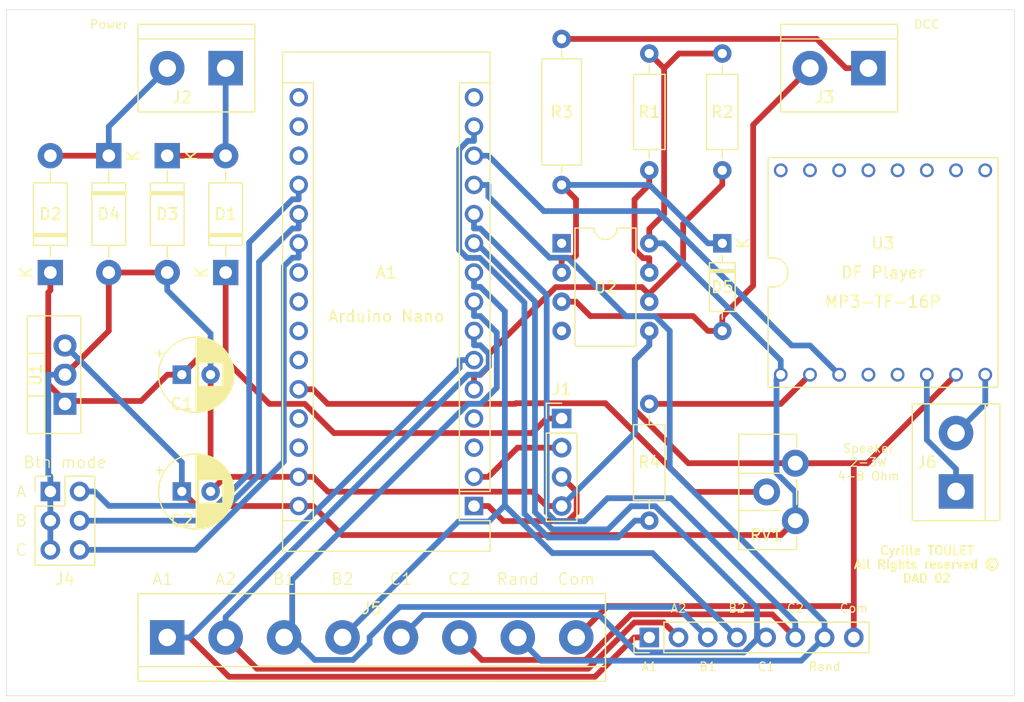
<source format=kicad_pcb>
(kicad_pcb (version 20171130) (host pcbnew 5.1.10)

  (general
    (thickness 1.6)
    (drawings 31)
    (tracks 275)
    (zones 0)
    (modules 27)
    (nets 52)
  )

  (page A4)
  (title_block
    (title "Digital Accessory Decoder 02 - PCB")
    (date 2021-08-02)
    (rev 1.0)
    (company "Cyrille TOULET")
    (comment 1 "All rights reserved")
  )

  (layers
    (0 F.Cu signal)
    (31 B.Cu signal)
    (32 B.Adhes user)
    (33 F.Adhes user)
    (34 B.Paste user)
    (35 F.Paste user)
    (36 B.SilkS user)
    (37 F.SilkS user)
    (38 B.Mask user)
    (39 F.Mask user)
    (40 Dwgs.User user)
    (41 Cmts.User user)
    (42 Eco1.User user)
    (43 Eco2.User user)
    (44 Edge.Cuts user)
    (45 Margin user)
    (46 B.CrtYd user)
    (47 F.CrtYd user)
    (48 B.Fab user)
    (49 F.Fab user)
  )

  (setup
    (last_trace_width 0.25)
    (trace_clearance 0.2)
    (zone_clearance 0.508)
    (zone_45_only no)
    (trace_min 0.2)
    (via_size 0.8)
    (via_drill 0.4)
    (via_min_size 0.4)
    (via_min_drill 0.3)
    (uvia_size 0.3)
    (uvia_drill 0.1)
    (uvias_allowed no)
    (uvia_min_size 0.2)
    (uvia_min_drill 0.1)
    (edge_width 0.05)
    (segment_width 0.2)
    (pcb_text_width 0.3)
    (pcb_text_size 1.5 1.5)
    (mod_edge_width 0.12)
    (mod_text_size 1 1)
    (mod_text_width 0.15)
    (pad_size 1.524 1.524)
    (pad_drill 0.762)
    (pad_to_mask_clearance 0)
    (aux_axis_origin 0 0)
    (visible_elements FFFFFF7F)
    (pcbplotparams
      (layerselection 0x090e0_ffffffff)
      (usegerberextensions false)
      (usegerberattributes true)
      (usegerberadvancedattributes true)
      (creategerberjobfile true)
      (excludeedgelayer true)
      (linewidth 0.100000)
      (plotframeref false)
      (viasonmask false)
      (mode 1)
      (useauxorigin false)
      (hpglpennumber 1)
      (hpglpenspeed 20)
      (hpglpendiameter 15.000000)
      (psnegative false)
      (psa4output false)
      (plotreference true)
      (plotvalue true)
      (plotinvisibletext false)
      (padsonsilk false)
      (subtractmaskfromsilk false)
      (outputformat 1)
      (mirror false)
      (drillshape 0)
      (scaleselection 1)
      (outputdirectory "Gerber/"))
  )

  (net 0 "")
  (net 1 "Net-(A1-Pad1)")
  (net 2 "Net-(A1-Pad17)")
  (net 3 "Net-(A1-Pad2)")
  (net 4 "Net-(A1-Pad18)")
  (net 5 "Net-(A1-Pad3)")
  (net 6 BTN_MODE_A)
  (net 7 "Net-(A1-Pad4)")
  (net 8 BTN_MODE_B)
  (net 9 DCC)
  (net 10 BTN_MODE_C)
  (net 11 BTN_A1)
  (net 12 "Net-(A1-Pad22)")
  (net 13 BTN_A2)
  (net 14 "Net-(A1-Pad23)")
  (net 15 BTN_B1)
  (net 16 "Net-(A1-Pad24)")
  (net 17 BTN_B2)
  (net 18 "Net-(A1-Pad25)")
  (net 19 BTN_C1)
  (net 20 VOL_POT)
  (net 21 BTN_C2)
  (net 22 "Net-(A1-Pad27)")
  (net 23 BTN_RAND)
  (net 24 "Net-(A1-Pad28)")
  (net 25 DFP_RX)
  (net 26 GND)
  (net 27 DFP_TX)
  (net 28 +5V)
  (net 29 "Net-(A1-Pad15)")
  (net 30 "Net-(A1-Pad16)")
  (net 31 VCC)
  (net 32 "Net-(D1-Pad2)")
  (net 33 "Net-(D2-Pad2)")
  (net 34 "Net-(D5-Pad1)")
  (net 35 "Net-(D5-Pad2)")
  (net 36 "Net-(J3-Pad1)")
  (net 37 "Net-(J6-Pad2)")
  (net 38 "Net-(J6-Pad1)")
  (net 39 "Net-(R1-Pad2)")
  (net 40 "Net-(R4-Pad1)")
  (net 41 "Net-(U2-Pad1)")
  (net 42 "Net-(U3-Pad16)")
  (net 43 "Net-(U3-Pad15)")
  (net 44 "Net-(U3-Pad14)")
  (net 45 "Net-(U3-Pad13)")
  (net 46 "Net-(U3-Pad4)")
  (net 47 "Net-(U3-Pad12)")
  (net 48 "Net-(U3-Pad5)")
  (net 49 "Net-(U3-Pad11)")
  (net 50 "Net-(U3-Pad10)")
  (net 51 "Net-(U3-Pad9)")

  (net_class Default "This is the default net class."
    (clearance 0.2)
    (trace_width 0.25)
    (via_dia 0.8)
    (via_drill 0.4)
    (uvia_dia 0.3)
    (uvia_drill 0.1)
    (add_net +5V)
    (add_net BTN_A1)
    (add_net BTN_A2)
    (add_net BTN_B1)
    (add_net BTN_B2)
    (add_net BTN_C1)
    (add_net BTN_C2)
    (add_net BTN_MODE_A)
    (add_net BTN_MODE_B)
    (add_net BTN_MODE_C)
    (add_net BTN_RAND)
    (add_net DCC)
    (add_net DFP_RX)
    (add_net DFP_TX)
    (add_net GND)
    (add_net "Net-(A1-Pad1)")
    (add_net "Net-(A1-Pad15)")
    (add_net "Net-(A1-Pad16)")
    (add_net "Net-(A1-Pad17)")
    (add_net "Net-(A1-Pad18)")
    (add_net "Net-(A1-Pad2)")
    (add_net "Net-(A1-Pad22)")
    (add_net "Net-(A1-Pad23)")
    (add_net "Net-(A1-Pad24)")
    (add_net "Net-(A1-Pad25)")
    (add_net "Net-(A1-Pad27)")
    (add_net "Net-(A1-Pad28)")
    (add_net "Net-(A1-Pad3)")
    (add_net "Net-(A1-Pad4)")
    (add_net "Net-(D1-Pad2)")
    (add_net "Net-(D2-Pad2)")
    (add_net "Net-(D5-Pad1)")
    (add_net "Net-(D5-Pad2)")
    (add_net "Net-(J3-Pad1)")
    (add_net "Net-(J6-Pad1)")
    (add_net "Net-(J6-Pad2)")
    (add_net "Net-(R1-Pad2)")
    (add_net "Net-(R4-Pad1)")
    (add_net "Net-(U2-Pad1)")
    (add_net "Net-(U3-Pad10)")
    (add_net "Net-(U3-Pad11)")
    (add_net "Net-(U3-Pad12)")
    (add_net "Net-(U3-Pad13)")
    (add_net "Net-(U3-Pad14)")
    (add_net "Net-(U3-Pad15)")
    (add_net "Net-(U3-Pad16)")
    (add_net "Net-(U3-Pad4)")
    (add_net "Net-(U3-Pad5)")
    (add_net "Net-(U3-Pad9)")
    (add_net VCC)
    (add_net VOL_POT)
  )

  (module Module:Arduino_Nano (layer F.Cu) (tedit 58ACAF70) (tstamp 610825F0)
    (at 54.61 57.15 180)
    (descr "Arduino Nano, http://www.mouser.com/pdfdocs/Gravitech_Arduino_Nano3_0.pdf")
    (tags "Arduino Nano")
    (path /60B493AD)
    (fp_text reference A1 (at 7.62 20.32) (layer F.SilkS)
      (effects (font (size 1 1) (thickness 0.15)))
    )
    (fp_text value "Arduino Nano" (at 8.89 19.05 90) (layer F.Fab)
      (effects (font (size 1 1) (thickness 0.15)))
    )
    (fp_line (start 16.75 42.16) (end -1.53 42.16) (layer F.CrtYd) (width 0.05))
    (fp_line (start 16.75 42.16) (end 16.75 -4.06) (layer F.CrtYd) (width 0.05))
    (fp_line (start -1.53 -4.06) (end -1.53 42.16) (layer F.CrtYd) (width 0.05))
    (fp_line (start -1.53 -4.06) (end 16.75 -4.06) (layer F.CrtYd) (width 0.05))
    (fp_line (start 16.51 -3.81) (end 16.51 39.37) (layer F.Fab) (width 0.1))
    (fp_line (start 0 -3.81) (end 16.51 -3.81) (layer F.Fab) (width 0.1))
    (fp_line (start -1.27 -2.54) (end 0 -3.81) (layer F.Fab) (width 0.1))
    (fp_line (start -1.27 39.37) (end -1.27 -2.54) (layer F.Fab) (width 0.1))
    (fp_line (start 16.51 39.37) (end -1.27 39.37) (layer F.Fab) (width 0.1))
    (fp_line (start 16.64 -3.94) (end -1.4 -3.94) (layer F.SilkS) (width 0.12))
    (fp_line (start 16.64 39.5) (end 16.64 -3.94) (layer F.SilkS) (width 0.12))
    (fp_line (start -1.4 39.5) (end 16.64 39.5) (layer F.SilkS) (width 0.12))
    (fp_line (start 3.81 41.91) (end 3.81 31.75) (layer F.Fab) (width 0.1))
    (fp_line (start 11.43 41.91) (end 3.81 41.91) (layer F.Fab) (width 0.1))
    (fp_line (start 11.43 31.75) (end 11.43 41.91) (layer F.Fab) (width 0.1))
    (fp_line (start 3.81 31.75) (end 11.43 31.75) (layer F.Fab) (width 0.1))
    (fp_line (start 1.27 36.83) (end -1.4 36.83) (layer F.SilkS) (width 0.12))
    (fp_line (start 1.27 1.27) (end 1.27 36.83) (layer F.SilkS) (width 0.12))
    (fp_line (start 1.27 1.27) (end -1.4 1.27) (layer F.SilkS) (width 0.12))
    (fp_line (start 13.97 36.83) (end 16.64 36.83) (layer F.SilkS) (width 0.12))
    (fp_line (start 13.97 -1.27) (end 13.97 36.83) (layer F.SilkS) (width 0.12))
    (fp_line (start 13.97 -1.27) (end 16.64 -1.27) (layer F.SilkS) (width 0.12))
    (fp_line (start -1.4 -3.94) (end -1.4 -1.27) (layer F.SilkS) (width 0.12))
    (fp_line (start -1.4 1.27) (end -1.4 39.5) (layer F.SilkS) (width 0.12))
    (fp_line (start 1.27 -1.27) (end -1.4 -1.27) (layer F.SilkS) (width 0.12))
    (fp_line (start 1.27 1.27) (end 1.27 -1.27) (layer F.SilkS) (width 0.12))
    (fp_text user %R (at 6.35 19.05 90) (layer F.Fab)
      (effects (font (size 1 1) (thickness 0.15)))
    )
    (pad 1 thru_hole rect (at 0 0 180) (size 1.6 1.6) (drill 1) (layers *.Cu *.Mask)
      (net 1 "Net-(A1-Pad1)"))
    (pad 17 thru_hole oval (at 15.24 33.02 180) (size 1.6 1.6) (drill 1) (layers *.Cu *.Mask)
      (net 2 "Net-(A1-Pad17)"))
    (pad 2 thru_hole oval (at 0 2.54 180) (size 1.6 1.6) (drill 1) (layers *.Cu *.Mask)
      (net 3 "Net-(A1-Pad2)"))
    (pad 18 thru_hole oval (at 15.24 30.48 180) (size 1.6 1.6) (drill 1) (layers *.Cu *.Mask)
      (net 4 "Net-(A1-Pad18)"))
    (pad 3 thru_hole oval (at 0 5.08 180) (size 1.6 1.6) (drill 1) (layers *.Cu *.Mask)
      (net 5 "Net-(A1-Pad3)"))
    (pad 19 thru_hole oval (at 15.24 27.94 180) (size 1.6 1.6) (drill 1) (layers *.Cu *.Mask)
      (net 6 BTN_MODE_A))
    (pad 4 thru_hole oval (at 0 7.62 180) (size 1.6 1.6) (drill 1) (layers *.Cu *.Mask)
      (net 7 "Net-(A1-Pad4)"))
    (pad 20 thru_hole oval (at 15.24 25.4 180) (size 1.6 1.6) (drill 1) (layers *.Cu *.Mask)
      (net 8 BTN_MODE_B))
    (pad 5 thru_hole oval (at 0 10.16 180) (size 1.6 1.6) (drill 1) (layers *.Cu *.Mask)
      (net 9 DCC))
    (pad 21 thru_hole oval (at 15.24 22.86 180) (size 1.6 1.6) (drill 1) (layers *.Cu *.Mask)
      (net 10 BTN_MODE_C))
    (pad 6 thru_hole oval (at 0 12.7 180) (size 1.6 1.6) (drill 1) (layers *.Cu *.Mask)
      (net 11 BTN_A1))
    (pad 22 thru_hole oval (at 15.24 20.32 180) (size 1.6 1.6) (drill 1) (layers *.Cu *.Mask)
      (net 12 "Net-(A1-Pad22)"))
    (pad 7 thru_hole oval (at 0 15.24 180) (size 1.6 1.6) (drill 1) (layers *.Cu *.Mask)
      (net 13 BTN_A2))
    (pad 23 thru_hole oval (at 15.24 17.78 180) (size 1.6 1.6) (drill 1) (layers *.Cu *.Mask)
      (net 14 "Net-(A1-Pad23)"))
    (pad 8 thru_hole oval (at 0 17.78 180) (size 1.6 1.6) (drill 1) (layers *.Cu *.Mask)
      (net 15 BTN_B1))
    (pad 24 thru_hole oval (at 15.24 15.24 180) (size 1.6 1.6) (drill 1) (layers *.Cu *.Mask)
      (net 16 "Net-(A1-Pad24)"))
    (pad 9 thru_hole oval (at 0 20.32 180) (size 1.6 1.6) (drill 1) (layers *.Cu *.Mask)
      (net 17 BTN_B2))
    (pad 25 thru_hole oval (at 15.24 12.7 180) (size 1.6 1.6) (drill 1) (layers *.Cu *.Mask)
      (net 18 "Net-(A1-Pad25)"))
    (pad 10 thru_hole oval (at 0 22.86 180) (size 1.6 1.6) (drill 1) (layers *.Cu *.Mask)
      (net 19 BTN_C1))
    (pad 26 thru_hole oval (at 15.24 10.16 180) (size 1.6 1.6) (drill 1) (layers *.Cu *.Mask)
      (net 20 VOL_POT))
    (pad 11 thru_hole oval (at 0 25.4 180) (size 1.6 1.6) (drill 1) (layers *.Cu *.Mask)
      (net 21 BTN_C2))
    (pad 27 thru_hole oval (at 15.24 7.62 180) (size 1.6 1.6) (drill 1) (layers *.Cu *.Mask)
      (net 22 "Net-(A1-Pad27)"))
    (pad 12 thru_hole oval (at 0 27.94 180) (size 1.6 1.6) (drill 1) (layers *.Cu *.Mask)
      (net 23 BTN_RAND))
    (pad 28 thru_hole oval (at 15.24 5.08 180) (size 1.6 1.6) (drill 1) (layers *.Cu *.Mask)
      (net 24 "Net-(A1-Pad28)"))
    (pad 13 thru_hole oval (at 0 30.48 180) (size 1.6 1.6) (drill 1) (layers *.Cu *.Mask)
      (net 25 DFP_RX))
    (pad 29 thru_hole oval (at 15.24 2.54 180) (size 1.6 1.6) (drill 1) (layers *.Cu *.Mask)
      (net 26 GND))
    (pad 14 thru_hole oval (at 0 33.02 180) (size 1.6 1.6) (drill 1) (layers *.Cu *.Mask)
      (net 27 DFP_TX))
    (pad 30 thru_hole oval (at 15.24 0 180) (size 1.6 1.6) (drill 1) (layers *.Cu *.Mask)
      (net 28 +5V))
    (pad 15 thru_hole oval (at 0 35.56 180) (size 1.6 1.6) (drill 1) (layers *.Cu *.Mask)
      (net 29 "Net-(A1-Pad15)"))
    (pad 16 thru_hole oval (at 15.24 35.56 180) (size 1.6 1.6) (drill 1) (layers *.Cu *.Mask)
      (net 30 "Net-(A1-Pad16)"))
    (model ${KISYS3DMOD}/Module.3dshapes/Arduino_Nano_WithMountingHoles.wrl
      (at (xyz 0 0 0))
      (scale (xyz 1 1 1))
      (rotate (xyz 0 0 0))
    )
  )

  (module Capacitor_THT:CP_Radial_D6.3mm_P2.50mm (layer F.Cu) (tedit 5AE50EF0) (tstamp 61082684)
    (at 29.21 45.72)
    (descr "CP, Radial series, Radial, pin pitch=2.50mm, , diameter=6.3mm, Electrolytic Capacitor")
    (tags "CP Radial series Radial pin pitch 2.50mm  diameter 6.3mm Electrolytic Capacitor")
    (path /60B502E4)
    (fp_text reference C1 (at 0 2.54) (layer F.SilkS)
      (effects (font (size 1 1) (thickness 0.15)))
    )
    (fp_text value 220µF (at 1.25 4.4) (layer F.Fab)
      (effects (font (size 1 1) (thickness 0.15)))
    )
    (fp_text user %R (at 1.25 0) (layer F.Fab)
      (effects (font (size 1 1) (thickness 0.15)))
    )
    (fp_circle (center 1.25 0) (end 4.4 0) (layer F.Fab) (width 0.1))
    (fp_circle (center 1.25 0) (end 4.52 0) (layer F.SilkS) (width 0.12))
    (fp_circle (center 1.25 0) (end 4.65 0) (layer F.CrtYd) (width 0.05))
    (fp_line (start -1.443972 -1.3735) (end -0.813972 -1.3735) (layer F.Fab) (width 0.1))
    (fp_line (start -1.128972 -1.6885) (end -1.128972 -1.0585) (layer F.Fab) (width 0.1))
    (fp_line (start 1.25 -3.23) (end 1.25 3.23) (layer F.SilkS) (width 0.12))
    (fp_line (start 1.29 -3.23) (end 1.29 3.23) (layer F.SilkS) (width 0.12))
    (fp_line (start 1.33 -3.23) (end 1.33 3.23) (layer F.SilkS) (width 0.12))
    (fp_line (start 1.37 -3.228) (end 1.37 3.228) (layer F.SilkS) (width 0.12))
    (fp_line (start 1.41 -3.227) (end 1.41 3.227) (layer F.SilkS) (width 0.12))
    (fp_line (start 1.45 -3.224) (end 1.45 3.224) (layer F.SilkS) (width 0.12))
    (fp_line (start 1.49 -3.222) (end 1.49 -1.04) (layer F.SilkS) (width 0.12))
    (fp_line (start 1.49 1.04) (end 1.49 3.222) (layer F.SilkS) (width 0.12))
    (fp_line (start 1.53 -3.218) (end 1.53 -1.04) (layer F.SilkS) (width 0.12))
    (fp_line (start 1.53 1.04) (end 1.53 3.218) (layer F.SilkS) (width 0.12))
    (fp_line (start 1.57 -3.215) (end 1.57 -1.04) (layer F.SilkS) (width 0.12))
    (fp_line (start 1.57 1.04) (end 1.57 3.215) (layer F.SilkS) (width 0.12))
    (fp_line (start 1.61 -3.211) (end 1.61 -1.04) (layer F.SilkS) (width 0.12))
    (fp_line (start 1.61 1.04) (end 1.61 3.211) (layer F.SilkS) (width 0.12))
    (fp_line (start 1.65 -3.206) (end 1.65 -1.04) (layer F.SilkS) (width 0.12))
    (fp_line (start 1.65 1.04) (end 1.65 3.206) (layer F.SilkS) (width 0.12))
    (fp_line (start 1.69 -3.201) (end 1.69 -1.04) (layer F.SilkS) (width 0.12))
    (fp_line (start 1.69 1.04) (end 1.69 3.201) (layer F.SilkS) (width 0.12))
    (fp_line (start 1.73 -3.195) (end 1.73 -1.04) (layer F.SilkS) (width 0.12))
    (fp_line (start 1.73 1.04) (end 1.73 3.195) (layer F.SilkS) (width 0.12))
    (fp_line (start 1.77 -3.189) (end 1.77 -1.04) (layer F.SilkS) (width 0.12))
    (fp_line (start 1.77 1.04) (end 1.77 3.189) (layer F.SilkS) (width 0.12))
    (fp_line (start 1.81 -3.182) (end 1.81 -1.04) (layer F.SilkS) (width 0.12))
    (fp_line (start 1.81 1.04) (end 1.81 3.182) (layer F.SilkS) (width 0.12))
    (fp_line (start 1.85 -3.175) (end 1.85 -1.04) (layer F.SilkS) (width 0.12))
    (fp_line (start 1.85 1.04) (end 1.85 3.175) (layer F.SilkS) (width 0.12))
    (fp_line (start 1.89 -3.167) (end 1.89 -1.04) (layer F.SilkS) (width 0.12))
    (fp_line (start 1.89 1.04) (end 1.89 3.167) (layer F.SilkS) (width 0.12))
    (fp_line (start 1.93 -3.159) (end 1.93 -1.04) (layer F.SilkS) (width 0.12))
    (fp_line (start 1.93 1.04) (end 1.93 3.159) (layer F.SilkS) (width 0.12))
    (fp_line (start 1.971 -3.15) (end 1.971 -1.04) (layer F.SilkS) (width 0.12))
    (fp_line (start 1.971 1.04) (end 1.971 3.15) (layer F.SilkS) (width 0.12))
    (fp_line (start 2.011 -3.141) (end 2.011 -1.04) (layer F.SilkS) (width 0.12))
    (fp_line (start 2.011 1.04) (end 2.011 3.141) (layer F.SilkS) (width 0.12))
    (fp_line (start 2.051 -3.131) (end 2.051 -1.04) (layer F.SilkS) (width 0.12))
    (fp_line (start 2.051 1.04) (end 2.051 3.131) (layer F.SilkS) (width 0.12))
    (fp_line (start 2.091 -3.121) (end 2.091 -1.04) (layer F.SilkS) (width 0.12))
    (fp_line (start 2.091 1.04) (end 2.091 3.121) (layer F.SilkS) (width 0.12))
    (fp_line (start 2.131 -3.11) (end 2.131 -1.04) (layer F.SilkS) (width 0.12))
    (fp_line (start 2.131 1.04) (end 2.131 3.11) (layer F.SilkS) (width 0.12))
    (fp_line (start 2.171 -3.098) (end 2.171 -1.04) (layer F.SilkS) (width 0.12))
    (fp_line (start 2.171 1.04) (end 2.171 3.098) (layer F.SilkS) (width 0.12))
    (fp_line (start 2.211 -3.086) (end 2.211 -1.04) (layer F.SilkS) (width 0.12))
    (fp_line (start 2.211 1.04) (end 2.211 3.086) (layer F.SilkS) (width 0.12))
    (fp_line (start 2.251 -3.074) (end 2.251 -1.04) (layer F.SilkS) (width 0.12))
    (fp_line (start 2.251 1.04) (end 2.251 3.074) (layer F.SilkS) (width 0.12))
    (fp_line (start 2.291 -3.061) (end 2.291 -1.04) (layer F.SilkS) (width 0.12))
    (fp_line (start 2.291 1.04) (end 2.291 3.061) (layer F.SilkS) (width 0.12))
    (fp_line (start 2.331 -3.047) (end 2.331 -1.04) (layer F.SilkS) (width 0.12))
    (fp_line (start 2.331 1.04) (end 2.331 3.047) (layer F.SilkS) (width 0.12))
    (fp_line (start 2.371 -3.033) (end 2.371 -1.04) (layer F.SilkS) (width 0.12))
    (fp_line (start 2.371 1.04) (end 2.371 3.033) (layer F.SilkS) (width 0.12))
    (fp_line (start 2.411 -3.018) (end 2.411 -1.04) (layer F.SilkS) (width 0.12))
    (fp_line (start 2.411 1.04) (end 2.411 3.018) (layer F.SilkS) (width 0.12))
    (fp_line (start 2.451 -3.002) (end 2.451 -1.04) (layer F.SilkS) (width 0.12))
    (fp_line (start 2.451 1.04) (end 2.451 3.002) (layer F.SilkS) (width 0.12))
    (fp_line (start 2.491 -2.986) (end 2.491 -1.04) (layer F.SilkS) (width 0.12))
    (fp_line (start 2.491 1.04) (end 2.491 2.986) (layer F.SilkS) (width 0.12))
    (fp_line (start 2.531 -2.97) (end 2.531 -1.04) (layer F.SilkS) (width 0.12))
    (fp_line (start 2.531 1.04) (end 2.531 2.97) (layer F.SilkS) (width 0.12))
    (fp_line (start 2.571 -2.952) (end 2.571 -1.04) (layer F.SilkS) (width 0.12))
    (fp_line (start 2.571 1.04) (end 2.571 2.952) (layer F.SilkS) (width 0.12))
    (fp_line (start 2.611 -2.934) (end 2.611 -1.04) (layer F.SilkS) (width 0.12))
    (fp_line (start 2.611 1.04) (end 2.611 2.934) (layer F.SilkS) (width 0.12))
    (fp_line (start 2.651 -2.916) (end 2.651 -1.04) (layer F.SilkS) (width 0.12))
    (fp_line (start 2.651 1.04) (end 2.651 2.916) (layer F.SilkS) (width 0.12))
    (fp_line (start 2.691 -2.896) (end 2.691 -1.04) (layer F.SilkS) (width 0.12))
    (fp_line (start 2.691 1.04) (end 2.691 2.896) (layer F.SilkS) (width 0.12))
    (fp_line (start 2.731 -2.876) (end 2.731 -1.04) (layer F.SilkS) (width 0.12))
    (fp_line (start 2.731 1.04) (end 2.731 2.876) (layer F.SilkS) (width 0.12))
    (fp_line (start 2.771 -2.856) (end 2.771 -1.04) (layer F.SilkS) (width 0.12))
    (fp_line (start 2.771 1.04) (end 2.771 2.856) (layer F.SilkS) (width 0.12))
    (fp_line (start 2.811 -2.834) (end 2.811 -1.04) (layer F.SilkS) (width 0.12))
    (fp_line (start 2.811 1.04) (end 2.811 2.834) (layer F.SilkS) (width 0.12))
    (fp_line (start 2.851 -2.812) (end 2.851 -1.04) (layer F.SilkS) (width 0.12))
    (fp_line (start 2.851 1.04) (end 2.851 2.812) (layer F.SilkS) (width 0.12))
    (fp_line (start 2.891 -2.79) (end 2.891 -1.04) (layer F.SilkS) (width 0.12))
    (fp_line (start 2.891 1.04) (end 2.891 2.79) (layer F.SilkS) (width 0.12))
    (fp_line (start 2.931 -2.766) (end 2.931 -1.04) (layer F.SilkS) (width 0.12))
    (fp_line (start 2.931 1.04) (end 2.931 2.766) (layer F.SilkS) (width 0.12))
    (fp_line (start 2.971 -2.742) (end 2.971 -1.04) (layer F.SilkS) (width 0.12))
    (fp_line (start 2.971 1.04) (end 2.971 2.742) (layer F.SilkS) (width 0.12))
    (fp_line (start 3.011 -2.716) (end 3.011 -1.04) (layer F.SilkS) (width 0.12))
    (fp_line (start 3.011 1.04) (end 3.011 2.716) (layer F.SilkS) (width 0.12))
    (fp_line (start 3.051 -2.69) (end 3.051 -1.04) (layer F.SilkS) (width 0.12))
    (fp_line (start 3.051 1.04) (end 3.051 2.69) (layer F.SilkS) (width 0.12))
    (fp_line (start 3.091 -2.664) (end 3.091 -1.04) (layer F.SilkS) (width 0.12))
    (fp_line (start 3.091 1.04) (end 3.091 2.664) (layer F.SilkS) (width 0.12))
    (fp_line (start 3.131 -2.636) (end 3.131 -1.04) (layer F.SilkS) (width 0.12))
    (fp_line (start 3.131 1.04) (end 3.131 2.636) (layer F.SilkS) (width 0.12))
    (fp_line (start 3.171 -2.607) (end 3.171 -1.04) (layer F.SilkS) (width 0.12))
    (fp_line (start 3.171 1.04) (end 3.171 2.607) (layer F.SilkS) (width 0.12))
    (fp_line (start 3.211 -2.578) (end 3.211 -1.04) (layer F.SilkS) (width 0.12))
    (fp_line (start 3.211 1.04) (end 3.211 2.578) (layer F.SilkS) (width 0.12))
    (fp_line (start 3.251 -2.548) (end 3.251 -1.04) (layer F.SilkS) (width 0.12))
    (fp_line (start 3.251 1.04) (end 3.251 2.548) (layer F.SilkS) (width 0.12))
    (fp_line (start 3.291 -2.516) (end 3.291 -1.04) (layer F.SilkS) (width 0.12))
    (fp_line (start 3.291 1.04) (end 3.291 2.516) (layer F.SilkS) (width 0.12))
    (fp_line (start 3.331 -2.484) (end 3.331 -1.04) (layer F.SilkS) (width 0.12))
    (fp_line (start 3.331 1.04) (end 3.331 2.484) (layer F.SilkS) (width 0.12))
    (fp_line (start 3.371 -2.45) (end 3.371 -1.04) (layer F.SilkS) (width 0.12))
    (fp_line (start 3.371 1.04) (end 3.371 2.45) (layer F.SilkS) (width 0.12))
    (fp_line (start 3.411 -2.416) (end 3.411 -1.04) (layer F.SilkS) (width 0.12))
    (fp_line (start 3.411 1.04) (end 3.411 2.416) (layer F.SilkS) (width 0.12))
    (fp_line (start 3.451 -2.38) (end 3.451 -1.04) (layer F.SilkS) (width 0.12))
    (fp_line (start 3.451 1.04) (end 3.451 2.38) (layer F.SilkS) (width 0.12))
    (fp_line (start 3.491 -2.343) (end 3.491 -1.04) (layer F.SilkS) (width 0.12))
    (fp_line (start 3.491 1.04) (end 3.491 2.343) (layer F.SilkS) (width 0.12))
    (fp_line (start 3.531 -2.305) (end 3.531 -1.04) (layer F.SilkS) (width 0.12))
    (fp_line (start 3.531 1.04) (end 3.531 2.305) (layer F.SilkS) (width 0.12))
    (fp_line (start 3.571 -2.265) (end 3.571 2.265) (layer F.SilkS) (width 0.12))
    (fp_line (start 3.611 -2.224) (end 3.611 2.224) (layer F.SilkS) (width 0.12))
    (fp_line (start 3.651 -2.182) (end 3.651 2.182) (layer F.SilkS) (width 0.12))
    (fp_line (start 3.691 -2.137) (end 3.691 2.137) (layer F.SilkS) (width 0.12))
    (fp_line (start 3.731 -2.092) (end 3.731 2.092) (layer F.SilkS) (width 0.12))
    (fp_line (start 3.771 -2.044) (end 3.771 2.044) (layer F.SilkS) (width 0.12))
    (fp_line (start 3.811 -1.995) (end 3.811 1.995) (layer F.SilkS) (width 0.12))
    (fp_line (start 3.851 -1.944) (end 3.851 1.944) (layer F.SilkS) (width 0.12))
    (fp_line (start 3.891 -1.89) (end 3.891 1.89) (layer F.SilkS) (width 0.12))
    (fp_line (start 3.931 -1.834) (end 3.931 1.834) (layer F.SilkS) (width 0.12))
    (fp_line (start 3.971 -1.776) (end 3.971 1.776) (layer F.SilkS) (width 0.12))
    (fp_line (start 4.011 -1.714) (end 4.011 1.714) (layer F.SilkS) (width 0.12))
    (fp_line (start 4.051 -1.65) (end 4.051 1.65) (layer F.SilkS) (width 0.12))
    (fp_line (start 4.091 -1.581) (end 4.091 1.581) (layer F.SilkS) (width 0.12))
    (fp_line (start 4.131 -1.509) (end 4.131 1.509) (layer F.SilkS) (width 0.12))
    (fp_line (start 4.171 -1.432) (end 4.171 1.432) (layer F.SilkS) (width 0.12))
    (fp_line (start 4.211 -1.35) (end 4.211 1.35) (layer F.SilkS) (width 0.12))
    (fp_line (start 4.251 -1.262) (end 4.251 1.262) (layer F.SilkS) (width 0.12))
    (fp_line (start 4.291 -1.165) (end 4.291 1.165) (layer F.SilkS) (width 0.12))
    (fp_line (start 4.331 -1.059) (end 4.331 1.059) (layer F.SilkS) (width 0.12))
    (fp_line (start 4.371 -0.94) (end 4.371 0.94) (layer F.SilkS) (width 0.12))
    (fp_line (start 4.411 -0.802) (end 4.411 0.802) (layer F.SilkS) (width 0.12))
    (fp_line (start 4.451 -0.633) (end 4.451 0.633) (layer F.SilkS) (width 0.12))
    (fp_line (start 4.491 -0.402) (end 4.491 0.402) (layer F.SilkS) (width 0.12))
    (fp_line (start -2.250241 -1.839) (end -1.620241 -1.839) (layer F.SilkS) (width 0.12))
    (fp_line (start -1.935241 -2.154) (end -1.935241 -1.524) (layer F.SilkS) (width 0.12))
    (pad 2 thru_hole circle (at 2.5 0) (size 1.6 1.6) (drill 0.8) (layers *.Cu *.Mask)
      (net 26 GND))
    (pad 1 thru_hole rect (at 0 0) (size 1.6 1.6) (drill 0.8) (layers *.Cu *.Mask)
      (net 31 VCC))
    (model ${KISYS3DMOD}/Capacitor_THT.3dshapes/CP_Radial_D6.3mm_P2.50mm.wrl
      (at (xyz 0 0 0))
      (scale (xyz 1 1 1))
      (rotate (xyz 0 0 0))
    )
  )

  (module Capacitor_THT:CP_Radial_D6.3mm_P2.50mm (layer F.Cu) (tedit 5AE50EF0) (tstamp 61082718)
    (at 29.21 55.88)
    (descr "CP, Radial series, Radial, pin pitch=2.50mm, , diameter=6.3mm, Electrolytic Capacitor")
    (tags "CP Radial series Radial pin pitch 2.50mm  diameter 6.3mm Electrolytic Capacitor")
    (path /60BC308A)
    (fp_text reference C2 (at 0 2.54) (layer F.SilkS)
      (effects (font (size 1 1) (thickness 0.15)))
    )
    (fp_text value 220µF (at 1.25 4.4) (layer F.Fab)
      (effects (font (size 1 1) (thickness 0.15)))
    )
    (fp_line (start -1.935241 -2.154) (end -1.935241 -1.524) (layer F.SilkS) (width 0.12))
    (fp_line (start -2.250241 -1.839) (end -1.620241 -1.839) (layer F.SilkS) (width 0.12))
    (fp_line (start 4.491 -0.402) (end 4.491 0.402) (layer F.SilkS) (width 0.12))
    (fp_line (start 4.451 -0.633) (end 4.451 0.633) (layer F.SilkS) (width 0.12))
    (fp_line (start 4.411 -0.802) (end 4.411 0.802) (layer F.SilkS) (width 0.12))
    (fp_line (start 4.371 -0.94) (end 4.371 0.94) (layer F.SilkS) (width 0.12))
    (fp_line (start 4.331 -1.059) (end 4.331 1.059) (layer F.SilkS) (width 0.12))
    (fp_line (start 4.291 -1.165) (end 4.291 1.165) (layer F.SilkS) (width 0.12))
    (fp_line (start 4.251 -1.262) (end 4.251 1.262) (layer F.SilkS) (width 0.12))
    (fp_line (start 4.211 -1.35) (end 4.211 1.35) (layer F.SilkS) (width 0.12))
    (fp_line (start 4.171 -1.432) (end 4.171 1.432) (layer F.SilkS) (width 0.12))
    (fp_line (start 4.131 -1.509) (end 4.131 1.509) (layer F.SilkS) (width 0.12))
    (fp_line (start 4.091 -1.581) (end 4.091 1.581) (layer F.SilkS) (width 0.12))
    (fp_line (start 4.051 -1.65) (end 4.051 1.65) (layer F.SilkS) (width 0.12))
    (fp_line (start 4.011 -1.714) (end 4.011 1.714) (layer F.SilkS) (width 0.12))
    (fp_line (start 3.971 -1.776) (end 3.971 1.776) (layer F.SilkS) (width 0.12))
    (fp_line (start 3.931 -1.834) (end 3.931 1.834) (layer F.SilkS) (width 0.12))
    (fp_line (start 3.891 -1.89) (end 3.891 1.89) (layer F.SilkS) (width 0.12))
    (fp_line (start 3.851 -1.944) (end 3.851 1.944) (layer F.SilkS) (width 0.12))
    (fp_line (start 3.811 -1.995) (end 3.811 1.995) (layer F.SilkS) (width 0.12))
    (fp_line (start 3.771 -2.044) (end 3.771 2.044) (layer F.SilkS) (width 0.12))
    (fp_line (start 3.731 -2.092) (end 3.731 2.092) (layer F.SilkS) (width 0.12))
    (fp_line (start 3.691 -2.137) (end 3.691 2.137) (layer F.SilkS) (width 0.12))
    (fp_line (start 3.651 -2.182) (end 3.651 2.182) (layer F.SilkS) (width 0.12))
    (fp_line (start 3.611 -2.224) (end 3.611 2.224) (layer F.SilkS) (width 0.12))
    (fp_line (start 3.571 -2.265) (end 3.571 2.265) (layer F.SilkS) (width 0.12))
    (fp_line (start 3.531 1.04) (end 3.531 2.305) (layer F.SilkS) (width 0.12))
    (fp_line (start 3.531 -2.305) (end 3.531 -1.04) (layer F.SilkS) (width 0.12))
    (fp_line (start 3.491 1.04) (end 3.491 2.343) (layer F.SilkS) (width 0.12))
    (fp_line (start 3.491 -2.343) (end 3.491 -1.04) (layer F.SilkS) (width 0.12))
    (fp_line (start 3.451 1.04) (end 3.451 2.38) (layer F.SilkS) (width 0.12))
    (fp_line (start 3.451 -2.38) (end 3.451 -1.04) (layer F.SilkS) (width 0.12))
    (fp_line (start 3.411 1.04) (end 3.411 2.416) (layer F.SilkS) (width 0.12))
    (fp_line (start 3.411 -2.416) (end 3.411 -1.04) (layer F.SilkS) (width 0.12))
    (fp_line (start 3.371 1.04) (end 3.371 2.45) (layer F.SilkS) (width 0.12))
    (fp_line (start 3.371 -2.45) (end 3.371 -1.04) (layer F.SilkS) (width 0.12))
    (fp_line (start 3.331 1.04) (end 3.331 2.484) (layer F.SilkS) (width 0.12))
    (fp_line (start 3.331 -2.484) (end 3.331 -1.04) (layer F.SilkS) (width 0.12))
    (fp_line (start 3.291 1.04) (end 3.291 2.516) (layer F.SilkS) (width 0.12))
    (fp_line (start 3.291 -2.516) (end 3.291 -1.04) (layer F.SilkS) (width 0.12))
    (fp_line (start 3.251 1.04) (end 3.251 2.548) (layer F.SilkS) (width 0.12))
    (fp_line (start 3.251 -2.548) (end 3.251 -1.04) (layer F.SilkS) (width 0.12))
    (fp_line (start 3.211 1.04) (end 3.211 2.578) (layer F.SilkS) (width 0.12))
    (fp_line (start 3.211 -2.578) (end 3.211 -1.04) (layer F.SilkS) (width 0.12))
    (fp_line (start 3.171 1.04) (end 3.171 2.607) (layer F.SilkS) (width 0.12))
    (fp_line (start 3.171 -2.607) (end 3.171 -1.04) (layer F.SilkS) (width 0.12))
    (fp_line (start 3.131 1.04) (end 3.131 2.636) (layer F.SilkS) (width 0.12))
    (fp_line (start 3.131 -2.636) (end 3.131 -1.04) (layer F.SilkS) (width 0.12))
    (fp_line (start 3.091 1.04) (end 3.091 2.664) (layer F.SilkS) (width 0.12))
    (fp_line (start 3.091 -2.664) (end 3.091 -1.04) (layer F.SilkS) (width 0.12))
    (fp_line (start 3.051 1.04) (end 3.051 2.69) (layer F.SilkS) (width 0.12))
    (fp_line (start 3.051 -2.69) (end 3.051 -1.04) (layer F.SilkS) (width 0.12))
    (fp_line (start 3.011 1.04) (end 3.011 2.716) (layer F.SilkS) (width 0.12))
    (fp_line (start 3.011 -2.716) (end 3.011 -1.04) (layer F.SilkS) (width 0.12))
    (fp_line (start 2.971 1.04) (end 2.971 2.742) (layer F.SilkS) (width 0.12))
    (fp_line (start 2.971 -2.742) (end 2.971 -1.04) (layer F.SilkS) (width 0.12))
    (fp_line (start 2.931 1.04) (end 2.931 2.766) (layer F.SilkS) (width 0.12))
    (fp_line (start 2.931 -2.766) (end 2.931 -1.04) (layer F.SilkS) (width 0.12))
    (fp_line (start 2.891 1.04) (end 2.891 2.79) (layer F.SilkS) (width 0.12))
    (fp_line (start 2.891 -2.79) (end 2.891 -1.04) (layer F.SilkS) (width 0.12))
    (fp_line (start 2.851 1.04) (end 2.851 2.812) (layer F.SilkS) (width 0.12))
    (fp_line (start 2.851 -2.812) (end 2.851 -1.04) (layer F.SilkS) (width 0.12))
    (fp_line (start 2.811 1.04) (end 2.811 2.834) (layer F.SilkS) (width 0.12))
    (fp_line (start 2.811 -2.834) (end 2.811 -1.04) (layer F.SilkS) (width 0.12))
    (fp_line (start 2.771 1.04) (end 2.771 2.856) (layer F.SilkS) (width 0.12))
    (fp_line (start 2.771 -2.856) (end 2.771 -1.04) (layer F.SilkS) (width 0.12))
    (fp_line (start 2.731 1.04) (end 2.731 2.876) (layer F.SilkS) (width 0.12))
    (fp_line (start 2.731 -2.876) (end 2.731 -1.04) (layer F.SilkS) (width 0.12))
    (fp_line (start 2.691 1.04) (end 2.691 2.896) (layer F.SilkS) (width 0.12))
    (fp_line (start 2.691 -2.896) (end 2.691 -1.04) (layer F.SilkS) (width 0.12))
    (fp_line (start 2.651 1.04) (end 2.651 2.916) (layer F.SilkS) (width 0.12))
    (fp_line (start 2.651 -2.916) (end 2.651 -1.04) (layer F.SilkS) (width 0.12))
    (fp_line (start 2.611 1.04) (end 2.611 2.934) (layer F.SilkS) (width 0.12))
    (fp_line (start 2.611 -2.934) (end 2.611 -1.04) (layer F.SilkS) (width 0.12))
    (fp_line (start 2.571 1.04) (end 2.571 2.952) (layer F.SilkS) (width 0.12))
    (fp_line (start 2.571 -2.952) (end 2.571 -1.04) (layer F.SilkS) (width 0.12))
    (fp_line (start 2.531 1.04) (end 2.531 2.97) (layer F.SilkS) (width 0.12))
    (fp_line (start 2.531 -2.97) (end 2.531 -1.04) (layer F.SilkS) (width 0.12))
    (fp_line (start 2.491 1.04) (end 2.491 2.986) (layer F.SilkS) (width 0.12))
    (fp_line (start 2.491 -2.986) (end 2.491 -1.04) (layer F.SilkS) (width 0.12))
    (fp_line (start 2.451 1.04) (end 2.451 3.002) (layer F.SilkS) (width 0.12))
    (fp_line (start 2.451 -3.002) (end 2.451 -1.04) (layer F.SilkS) (width 0.12))
    (fp_line (start 2.411 1.04) (end 2.411 3.018) (layer F.SilkS) (width 0.12))
    (fp_line (start 2.411 -3.018) (end 2.411 -1.04) (layer F.SilkS) (width 0.12))
    (fp_line (start 2.371 1.04) (end 2.371 3.033) (layer F.SilkS) (width 0.12))
    (fp_line (start 2.371 -3.033) (end 2.371 -1.04) (layer F.SilkS) (width 0.12))
    (fp_line (start 2.331 1.04) (end 2.331 3.047) (layer F.SilkS) (width 0.12))
    (fp_line (start 2.331 -3.047) (end 2.331 -1.04) (layer F.SilkS) (width 0.12))
    (fp_line (start 2.291 1.04) (end 2.291 3.061) (layer F.SilkS) (width 0.12))
    (fp_line (start 2.291 -3.061) (end 2.291 -1.04) (layer F.SilkS) (width 0.12))
    (fp_line (start 2.251 1.04) (end 2.251 3.074) (layer F.SilkS) (width 0.12))
    (fp_line (start 2.251 -3.074) (end 2.251 -1.04) (layer F.SilkS) (width 0.12))
    (fp_line (start 2.211 1.04) (end 2.211 3.086) (layer F.SilkS) (width 0.12))
    (fp_line (start 2.211 -3.086) (end 2.211 -1.04) (layer F.SilkS) (width 0.12))
    (fp_line (start 2.171 1.04) (end 2.171 3.098) (layer F.SilkS) (width 0.12))
    (fp_line (start 2.171 -3.098) (end 2.171 -1.04) (layer F.SilkS) (width 0.12))
    (fp_line (start 2.131 1.04) (end 2.131 3.11) (layer F.SilkS) (width 0.12))
    (fp_line (start 2.131 -3.11) (end 2.131 -1.04) (layer F.SilkS) (width 0.12))
    (fp_line (start 2.091 1.04) (end 2.091 3.121) (layer F.SilkS) (width 0.12))
    (fp_line (start 2.091 -3.121) (end 2.091 -1.04) (layer F.SilkS) (width 0.12))
    (fp_line (start 2.051 1.04) (end 2.051 3.131) (layer F.SilkS) (width 0.12))
    (fp_line (start 2.051 -3.131) (end 2.051 -1.04) (layer F.SilkS) (width 0.12))
    (fp_line (start 2.011 1.04) (end 2.011 3.141) (layer F.SilkS) (width 0.12))
    (fp_line (start 2.011 -3.141) (end 2.011 -1.04) (layer F.SilkS) (width 0.12))
    (fp_line (start 1.971 1.04) (end 1.971 3.15) (layer F.SilkS) (width 0.12))
    (fp_line (start 1.971 -3.15) (end 1.971 -1.04) (layer F.SilkS) (width 0.12))
    (fp_line (start 1.93 1.04) (end 1.93 3.159) (layer F.SilkS) (width 0.12))
    (fp_line (start 1.93 -3.159) (end 1.93 -1.04) (layer F.SilkS) (width 0.12))
    (fp_line (start 1.89 1.04) (end 1.89 3.167) (layer F.SilkS) (width 0.12))
    (fp_line (start 1.89 -3.167) (end 1.89 -1.04) (layer F.SilkS) (width 0.12))
    (fp_line (start 1.85 1.04) (end 1.85 3.175) (layer F.SilkS) (width 0.12))
    (fp_line (start 1.85 -3.175) (end 1.85 -1.04) (layer F.SilkS) (width 0.12))
    (fp_line (start 1.81 1.04) (end 1.81 3.182) (layer F.SilkS) (width 0.12))
    (fp_line (start 1.81 -3.182) (end 1.81 -1.04) (layer F.SilkS) (width 0.12))
    (fp_line (start 1.77 1.04) (end 1.77 3.189) (layer F.SilkS) (width 0.12))
    (fp_line (start 1.77 -3.189) (end 1.77 -1.04) (layer F.SilkS) (width 0.12))
    (fp_line (start 1.73 1.04) (end 1.73 3.195) (layer F.SilkS) (width 0.12))
    (fp_line (start 1.73 -3.195) (end 1.73 -1.04) (layer F.SilkS) (width 0.12))
    (fp_line (start 1.69 1.04) (end 1.69 3.201) (layer F.SilkS) (width 0.12))
    (fp_line (start 1.69 -3.201) (end 1.69 -1.04) (layer F.SilkS) (width 0.12))
    (fp_line (start 1.65 1.04) (end 1.65 3.206) (layer F.SilkS) (width 0.12))
    (fp_line (start 1.65 -3.206) (end 1.65 -1.04) (layer F.SilkS) (width 0.12))
    (fp_line (start 1.61 1.04) (end 1.61 3.211) (layer F.SilkS) (width 0.12))
    (fp_line (start 1.61 -3.211) (end 1.61 -1.04) (layer F.SilkS) (width 0.12))
    (fp_line (start 1.57 1.04) (end 1.57 3.215) (layer F.SilkS) (width 0.12))
    (fp_line (start 1.57 -3.215) (end 1.57 -1.04) (layer F.SilkS) (width 0.12))
    (fp_line (start 1.53 1.04) (end 1.53 3.218) (layer F.SilkS) (width 0.12))
    (fp_line (start 1.53 -3.218) (end 1.53 -1.04) (layer F.SilkS) (width 0.12))
    (fp_line (start 1.49 1.04) (end 1.49 3.222) (layer F.SilkS) (width 0.12))
    (fp_line (start 1.49 -3.222) (end 1.49 -1.04) (layer F.SilkS) (width 0.12))
    (fp_line (start 1.45 -3.224) (end 1.45 3.224) (layer F.SilkS) (width 0.12))
    (fp_line (start 1.41 -3.227) (end 1.41 3.227) (layer F.SilkS) (width 0.12))
    (fp_line (start 1.37 -3.228) (end 1.37 3.228) (layer F.SilkS) (width 0.12))
    (fp_line (start 1.33 -3.23) (end 1.33 3.23) (layer F.SilkS) (width 0.12))
    (fp_line (start 1.29 -3.23) (end 1.29 3.23) (layer F.SilkS) (width 0.12))
    (fp_line (start 1.25 -3.23) (end 1.25 3.23) (layer F.SilkS) (width 0.12))
    (fp_line (start -1.128972 -1.6885) (end -1.128972 -1.0585) (layer F.Fab) (width 0.1))
    (fp_line (start -1.443972 -1.3735) (end -0.813972 -1.3735) (layer F.Fab) (width 0.1))
    (fp_circle (center 1.25 0) (end 4.65 0) (layer F.CrtYd) (width 0.05))
    (fp_circle (center 1.25 0) (end 4.52 0) (layer F.SilkS) (width 0.12))
    (fp_circle (center 1.25 0) (end 4.4 0) (layer F.Fab) (width 0.1))
    (fp_text user %R (at 1.25 0) (layer F.Fab)
      (effects (font (size 1 1) (thickness 0.15)))
    )
    (pad 1 thru_hole rect (at 0 0) (size 1.6 1.6) (drill 0.8) (layers *.Cu *.Mask)
      (net 28 +5V))
    (pad 2 thru_hole circle (at 2.5 0) (size 1.6 1.6) (drill 0.8) (layers *.Cu *.Mask)
      (net 26 GND))
    (model ${KISYS3DMOD}/Capacitor_THT.3dshapes/CP_Radial_D6.3mm_P2.50mm.wrl
      (at (xyz 0 0 0))
      (scale (xyz 1 1 1))
      (rotate (xyz 0 0 0))
    )
  )

  (module Diode_THT:D_DO-41_SOD81_P10.16mm_Horizontal (layer F.Cu) (tedit 5AE50CD5) (tstamp 610842C5)
    (at 33.02 36.83 90)
    (descr "Diode, DO-41_SOD81 series, Axial, Horizontal, pin pitch=10.16mm, , length*diameter=5.2*2.7mm^2, , http://www.diodes.com/_files/packages/DO-41%20(Plastic).pdf")
    (tags "Diode DO-41_SOD81 series Axial Horizontal pin pitch 10.16mm  length 5.2mm diameter 2.7mm")
    (path /60B4D662)
    (fp_text reference D1 (at 5.08 0 180) (layer F.SilkS)
      (effects (font (size 1 1) (thickness 0.15)))
    )
    (fp_text value 1N4001 (at 5.08 2.47 90) (layer F.Fab)
      (effects (font (size 1 1) (thickness 0.15)))
    )
    (fp_text user K (at 0 -2.1 90) (layer F.SilkS)
      (effects (font (size 1 1) (thickness 0.15)))
    )
    (fp_text user K (at 0 -2.1 90) (layer F.Fab)
      (effects (font (size 1 1) (thickness 0.15)))
    )
    (fp_text user %R (at 5.47 0 90) (layer F.Fab)
      (effects (font (size 1 1) (thickness 0.15)))
    )
    (fp_line (start 2.48 -1.35) (end 2.48 1.35) (layer F.Fab) (width 0.1))
    (fp_line (start 2.48 1.35) (end 7.68 1.35) (layer F.Fab) (width 0.1))
    (fp_line (start 7.68 1.35) (end 7.68 -1.35) (layer F.Fab) (width 0.1))
    (fp_line (start 7.68 -1.35) (end 2.48 -1.35) (layer F.Fab) (width 0.1))
    (fp_line (start 0 0) (end 2.48 0) (layer F.Fab) (width 0.1))
    (fp_line (start 10.16 0) (end 7.68 0) (layer F.Fab) (width 0.1))
    (fp_line (start 3.26 -1.35) (end 3.26 1.35) (layer F.Fab) (width 0.1))
    (fp_line (start 3.36 -1.35) (end 3.36 1.35) (layer F.Fab) (width 0.1))
    (fp_line (start 3.16 -1.35) (end 3.16 1.35) (layer F.Fab) (width 0.1))
    (fp_line (start 2.36 -1.47) (end 2.36 1.47) (layer F.SilkS) (width 0.12))
    (fp_line (start 2.36 1.47) (end 7.8 1.47) (layer F.SilkS) (width 0.12))
    (fp_line (start 7.8 1.47) (end 7.8 -1.47) (layer F.SilkS) (width 0.12))
    (fp_line (start 7.8 -1.47) (end 2.36 -1.47) (layer F.SilkS) (width 0.12))
    (fp_line (start 1.34 0) (end 2.36 0) (layer F.SilkS) (width 0.12))
    (fp_line (start 8.82 0) (end 7.8 0) (layer F.SilkS) (width 0.12))
    (fp_line (start 3.26 -1.47) (end 3.26 1.47) (layer F.SilkS) (width 0.12))
    (fp_line (start 3.38 -1.47) (end 3.38 1.47) (layer F.SilkS) (width 0.12))
    (fp_line (start 3.14 -1.47) (end 3.14 1.47) (layer F.SilkS) (width 0.12))
    (fp_line (start -1.35 -1.6) (end -1.35 1.6) (layer F.CrtYd) (width 0.05))
    (fp_line (start -1.35 1.6) (end 11.51 1.6) (layer F.CrtYd) (width 0.05))
    (fp_line (start 11.51 1.6) (end 11.51 -1.6) (layer F.CrtYd) (width 0.05))
    (fp_line (start 11.51 -1.6) (end -1.35 -1.6) (layer F.CrtYd) (width 0.05))
    (pad 2 thru_hole oval (at 10.16 0 90) (size 2.2 2.2) (drill 1.1) (layers *.Cu *.Mask)
      (net 32 "Net-(D1-Pad2)"))
    (pad 1 thru_hole rect (at 0 0 90) (size 2.2 2.2) (drill 1.1) (layers *.Cu *.Mask)
      (net 31 VCC))
    (model ${KISYS3DMOD}/Diode_THT.3dshapes/D_DO-41_SOD81_P10.16mm_Horizontal.wrl
      (at (xyz 0 0 0))
      (scale (xyz 1 1 1))
      (rotate (xyz 0 0 0))
    )
  )

  (module Diode_THT:D_DO-41_SOD81_P10.16mm_Horizontal (layer F.Cu) (tedit 5AE50CD5) (tstamp 61083DE6)
    (at 17.78 36.83 90)
    (descr "Diode, DO-41_SOD81 series, Axial, Horizontal, pin pitch=10.16mm, , length*diameter=5.2*2.7mm^2, , http://www.diodes.com/_files/packages/DO-41%20(Plastic).pdf")
    (tags "Diode DO-41_SOD81 series Axial Horizontal pin pitch 10.16mm  length 5.2mm diameter 2.7mm")
    (path /60B4F17D)
    (fp_text reference D2 (at 5.08 0 180) (layer F.SilkS)
      (effects (font (size 1 1) (thickness 0.15)))
    )
    (fp_text value 1N4001 (at 5.08 2.47 90) (layer F.Fab)
      (effects (font (size 1 1) (thickness 0.15)))
    )
    (fp_line (start 11.51 -1.6) (end -1.35 -1.6) (layer F.CrtYd) (width 0.05))
    (fp_line (start 11.51 1.6) (end 11.51 -1.6) (layer F.CrtYd) (width 0.05))
    (fp_line (start -1.35 1.6) (end 11.51 1.6) (layer F.CrtYd) (width 0.05))
    (fp_line (start -1.35 -1.6) (end -1.35 1.6) (layer F.CrtYd) (width 0.05))
    (fp_line (start 3.14 -1.47) (end 3.14 1.47) (layer F.SilkS) (width 0.12))
    (fp_line (start 3.38 -1.47) (end 3.38 1.47) (layer F.SilkS) (width 0.12))
    (fp_line (start 3.26 -1.47) (end 3.26 1.47) (layer F.SilkS) (width 0.12))
    (fp_line (start 8.82 0) (end 7.8 0) (layer F.SilkS) (width 0.12))
    (fp_line (start 1.34 0) (end 2.36 0) (layer F.SilkS) (width 0.12))
    (fp_line (start 7.8 -1.47) (end 2.36 -1.47) (layer F.SilkS) (width 0.12))
    (fp_line (start 7.8 1.47) (end 7.8 -1.47) (layer F.SilkS) (width 0.12))
    (fp_line (start 2.36 1.47) (end 7.8 1.47) (layer F.SilkS) (width 0.12))
    (fp_line (start 2.36 -1.47) (end 2.36 1.47) (layer F.SilkS) (width 0.12))
    (fp_line (start 3.16 -1.35) (end 3.16 1.35) (layer F.Fab) (width 0.1))
    (fp_line (start 3.36 -1.35) (end 3.36 1.35) (layer F.Fab) (width 0.1))
    (fp_line (start 3.26 -1.35) (end 3.26 1.35) (layer F.Fab) (width 0.1))
    (fp_line (start 10.16 0) (end 7.68 0) (layer F.Fab) (width 0.1))
    (fp_line (start 0 0) (end 2.48 0) (layer F.Fab) (width 0.1))
    (fp_line (start 7.68 -1.35) (end 2.48 -1.35) (layer F.Fab) (width 0.1))
    (fp_line (start 7.68 1.35) (end 7.68 -1.35) (layer F.Fab) (width 0.1))
    (fp_line (start 2.48 1.35) (end 7.68 1.35) (layer F.Fab) (width 0.1))
    (fp_line (start 2.48 -1.35) (end 2.48 1.35) (layer F.Fab) (width 0.1))
    (fp_text user %R (at 5.47 0 90) (layer F.Fab)
      (effects (font (size 1 1) (thickness 0.15)))
    )
    (fp_text user K (at 0 -2.1 90) (layer F.Fab)
      (effects (font (size 1 1) (thickness 0.15)))
    )
    (fp_text user K (at 0 -2.1 90) (layer F.SilkS)
      (effects (font (size 1 1) (thickness 0.15)))
    )
    (pad 1 thru_hole rect (at 0 0 90) (size 2.2 2.2) (drill 1.1) (layers *.Cu *.Mask)
      (net 31 VCC))
    (pad 2 thru_hole oval (at 10.16 0 90) (size 2.2 2.2) (drill 1.1) (layers *.Cu *.Mask)
      (net 33 "Net-(D2-Pad2)"))
    (model ${KISYS3DMOD}/Diode_THT.3dshapes/D_DO-41_SOD81_P10.16mm_Horizontal.wrl
      (at (xyz 0 0 0))
      (scale (xyz 1 1 1))
      (rotate (xyz 0 0 0))
    )
  )

  (module Diode_THT:D_DO-41_SOD81_P10.16mm_Horizontal (layer F.Cu) (tedit 5AE50CD5) (tstamp 61082775)
    (at 27.94 26.67 270)
    (descr "Diode, DO-41_SOD81 series, Axial, Horizontal, pin pitch=10.16mm, , length*diameter=5.2*2.7mm^2, , http://www.diodes.com/_files/packages/DO-41%20(Plastic).pdf")
    (tags "Diode DO-41_SOD81 series Axial Horizontal pin pitch 10.16mm  length 5.2mm diameter 2.7mm")
    (path /60B4EE7E)
    (fp_text reference D3 (at 5.08 0 180) (layer F.SilkS)
      (effects (font (size 1 1) (thickness 0.15)))
    )
    (fp_text value 1N4001 (at 5.08 2.47 90) (layer F.Fab)
      (effects (font (size 1 1) (thickness 0.15)))
    )
    (fp_text user K (at 0 -2.1 90) (layer F.SilkS)
      (effects (font (size 1 1) (thickness 0.15)))
    )
    (fp_text user K (at 0 -2.1 90) (layer F.Fab)
      (effects (font (size 1 1) (thickness 0.15)))
    )
    (fp_text user %R (at 5.47 0 90) (layer F.Fab)
      (effects (font (size 1 1) (thickness 0.15)))
    )
    (fp_line (start 2.48 -1.35) (end 2.48 1.35) (layer F.Fab) (width 0.1))
    (fp_line (start 2.48 1.35) (end 7.68 1.35) (layer F.Fab) (width 0.1))
    (fp_line (start 7.68 1.35) (end 7.68 -1.35) (layer F.Fab) (width 0.1))
    (fp_line (start 7.68 -1.35) (end 2.48 -1.35) (layer F.Fab) (width 0.1))
    (fp_line (start 0 0) (end 2.48 0) (layer F.Fab) (width 0.1))
    (fp_line (start 10.16 0) (end 7.68 0) (layer F.Fab) (width 0.1))
    (fp_line (start 3.26 -1.35) (end 3.26 1.35) (layer F.Fab) (width 0.1))
    (fp_line (start 3.36 -1.35) (end 3.36 1.35) (layer F.Fab) (width 0.1))
    (fp_line (start 3.16 -1.35) (end 3.16 1.35) (layer F.Fab) (width 0.1))
    (fp_line (start 2.36 -1.47) (end 2.36 1.47) (layer F.SilkS) (width 0.12))
    (fp_line (start 2.36 1.47) (end 7.8 1.47) (layer F.SilkS) (width 0.12))
    (fp_line (start 7.8 1.47) (end 7.8 -1.47) (layer F.SilkS) (width 0.12))
    (fp_line (start 7.8 -1.47) (end 2.36 -1.47) (layer F.SilkS) (width 0.12))
    (fp_line (start 1.34 0) (end 2.36 0) (layer F.SilkS) (width 0.12))
    (fp_line (start 8.82 0) (end 7.8 0) (layer F.SilkS) (width 0.12))
    (fp_line (start 3.26 -1.47) (end 3.26 1.47) (layer F.SilkS) (width 0.12))
    (fp_line (start 3.38 -1.47) (end 3.38 1.47) (layer F.SilkS) (width 0.12))
    (fp_line (start 3.14 -1.47) (end 3.14 1.47) (layer F.SilkS) (width 0.12))
    (fp_line (start -1.35 -1.6) (end -1.35 1.6) (layer F.CrtYd) (width 0.05))
    (fp_line (start -1.35 1.6) (end 11.51 1.6) (layer F.CrtYd) (width 0.05))
    (fp_line (start 11.51 1.6) (end 11.51 -1.6) (layer F.CrtYd) (width 0.05))
    (fp_line (start 11.51 -1.6) (end -1.35 -1.6) (layer F.CrtYd) (width 0.05))
    (pad 2 thru_hole oval (at 10.16 0 270) (size 2.2 2.2) (drill 1.1) (layers *.Cu *.Mask)
      (net 26 GND))
    (pad 1 thru_hole rect (at 0 0 270) (size 2.2 2.2) (drill 1.1) (layers *.Cu *.Mask)
      (net 32 "Net-(D1-Pad2)"))
    (model ${KISYS3DMOD}/Diode_THT.3dshapes/D_DO-41_SOD81_P10.16mm_Horizontal.wrl
      (at (xyz 0 0 0))
      (scale (xyz 1 1 1))
      (rotate (xyz 0 0 0))
    )
  )

  (module Diode_THT:D_DO-41_SOD81_P10.16mm_Horizontal (layer F.Cu) (tedit 5AE50CD5) (tstamp 61082794)
    (at 22.86 26.67 270)
    (descr "Diode, DO-41_SOD81 series, Axial, Horizontal, pin pitch=10.16mm, , length*diameter=5.2*2.7mm^2, , http://www.diodes.com/_files/packages/DO-41%20(Plastic).pdf")
    (tags "Diode DO-41_SOD81 series Axial Horizontal pin pitch 10.16mm  length 5.2mm diameter 2.7mm")
    (path /60B4F4F8)
    (fp_text reference D4 (at 5.08 0 180) (layer F.SilkS)
      (effects (font (size 1 1) (thickness 0.15)))
    )
    (fp_text value 1N4001 (at 5.08 2.47 90) (layer F.Fab)
      (effects (font (size 1 1) (thickness 0.15)))
    )
    (fp_line (start 11.51 -1.6) (end -1.35 -1.6) (layer F.CrtYd) (width 0.05))
    (fp_line (start 11.51 1.6) (end 11.51 -1.6) (layer F.CrtYd) (width 0.05))
    (fp_line (start -1.35 1.6) (end 11.51 1.6) (layer F.CrtYd) (width 0.05))
    (fp_line (start -1.35 -1.6) (end -1.35 1.6) (layer F.CrtYd) (width 0.05))
    (fp_line (start 3.14 -1.47) (end 3.14 1.47) (layer F.SilkS) (width 0.12))
    (fp_line (start 3.38 -1.47) (end 3.38 1.47) (layer F.SilkS) (width 0.12))
    (fp_line (start 3.26 -1.47) (end 3.26 1.47) (layer F.SilkS) (width 0.12))
    (fp_line (start 8.82 0) (end 7.8 0) (layer F.SilkS) (width 0.12))
    (fp_line (start 1.34 0) (end 2.36 0) (layer F.SilkS) (width 0.12))
    (fp_line (start 7.8 -1.47) (end 2.36 -1.47) (layer F.SilkS) (width 0.12))
    (fp_line (start 7.8 1.47) (end 7.8 -1.47) (layer F.SilkS) (width 0.12))
    (fp_line (start 2.36 1.47) (end 7.8 1.47) (layer F.SilkS) (width 0.12))
    (fp_line (start 2.36 -1.47) (end 2.36 1.47) (layer F.SilkS) (width 0.12))
    (fp_line (start 3.16 -1.35) (end 3.16 1.35) (layer F.Fab) (width 0.1))
    (fp_line (start 3.36 -1.35) (end 3.36 1.35) (layer F.Fab) (width 0.1))
    (fp_line (start 3.26 -1.35) (end 3.26 1.35) (layer F.Fab) (width 0.1))
    (fp_line (start 10.16 0) (end 7.68 0) (layer F.Fab) (width 0.1))
    (fp_line (start 0 0) (end 2.48 0) (layer F.Fab) (width 0.1))
    (fp_line (start 7.68 -1.35) (end 2.48 -1.35) (layer F.Fab) (width 0.1))
    (fp_line (start 7.68 1.35) (end 7.68 -1.35) (layer F.Fab) (width 0.1))
    (fp_line (start 2.48 1.35) (end 7.68 1.35) (layer F.Fab) (width 0.1))
    (fp_line (start 2.48 -1.35) (end 2.48 1.35) (layer F.Fab) (width 0.1))
    (fp_text user %R (at 5.47 0 90) (layer F.Fab)
      (effects (font (size 1 1) (thickness 0.15)))
    )
    (fp_text user K (at 0 -2.1 90) (layer F.Fab)
      (effects (font (size 1 1) (thickness 0.15)))
    )
    (fp_text user K (at 0 -2.1 90) (layer F.SilkS)
      (effects (font (size 1 1) (thickness 0.15)))
    )
    (pad 1 thru_hole rect (at 0 0 270) (size 2.2 2.2) (drill 1.1) (layers *.Cu *.Mask)
      (net 33 "Net-(D2-Pad2)"))
    (pad 2 thru_hole oval (at 10.16 0 270) (size 2.2 2.2) (drill 1.1) (layers *.Cu *.Mask)
      (net 26 GND))
    (model ${KISYS3DMOD}/Diode_THT.3dshapes/D_DO-41_SOD81_P10.16mm_Horizontal.wrl
      (at (xyz 0 0 0))
      (scale (xyz 1 1 1))
      (rotate (xyz 0 0 0))
    )
  )

  (module Diode_THT:D_DO-35_SOD27_P7.62mm_Horizontal (layer F.Cu) (tedit 5AE50CD5) (tstamp 610827B3)
    (at 76.2 34.29 270)
    (descr "Diode, DO-35_SOD27 series, Axial, Horizontal, pin pitch=7.62mm, , length*diameter=4*2mm^2, , http://www.diodes.com/_files/packages/DO-35.pdf")
    (tags "Diode DO-35_SOD27 series Axial Horizontal pin pitch 7.62mm  length 4mm diameter 2mm")
    (path /60B56856)
    (fp_text reference D5 (at 3.81 0 180) (layer F.SilkS)
      (effects (font (size 1 1) (thickness 0.15)))
    )
    (fp_text value 1N4148 (at 3.81 2.12 90) (layer F.Fab)
      (effects (font (size 1 1) (thickness 0.15)))
    )
    (fp_line (start 8.67 -1.25) (end -1.05 -1.25) (layer F.CrtYd) (width 0.05))
    (fp_line (start 8.67 1.25) (end 8.67 -1.25) (layer F.CrtYd) (width 0.05))
    (fp_line (start -1.05 1.25) (end 8.67 1.25) (layer F.CrtYd) (width 0.05))
    (fp_line (start -1.05 -1.25) (end -1.05 1.25) (layer F.CrtYd) (width 0.05))
    (fp_line (start 2.29 -1.12) (end 2.29 1.12) (layer F.SilkS) (width 0.12))
    (fp_line (start 2.53 -1.12) (end 2.53 1.12) (layer F.SilkS) (width 0.12))
    (fp_line (start 2.41 -1.12) (end 2.41 1.12) (layer F.SilkS) (width 0.12))
    (fp_line (start 6.58 0) (end 5.93 0) (layer F.SilkS) (width 0.12))
    (fp_line (start 1.04 0) (end 1.69 0) (layer F.SilkS) (width 0.12))
    (fp_line (start 5.93 -1.12) (end 1.69 -1.12) (layer F.SilkS) (width 0.12))
    (fp_line (start 5.93 1.12) (end 5.93 -1.12) (layer F.SilkS) (width 0.12))
    (fp_line (start 1.69 1.12) (end 5.93 1.12) (layer F.SilkS) (width 0.12))
    (fp_line (start 1.69 -1.12) (end 1.69 1.12) (layer F.SilkS) (width 0.12))
    (fp_line (start 2.31 -1) (end 2.31 1) (layer F.Fab) (width 0.1))
    (fp_line (start 2.51 -1) (end 2.51 1) (layer F.Fab) (width 0.1))
    (fp_line (start 2.41 -1) (end 2.41 1) (layer F.Fab) (width 0.1))
    (fp_line (start 7.62 0) (end 5.81 0) (layer F.Fab) (width 0.1))
    (fp_line (start 0 0) (end 1.81 0) (layer F.Fab) (width 0.1))
    (fp_line (start 5.81 -1) (end 1.81 -1) (layer F.Fab) (width 0.1))
    (fp_line (start 5.81 1) (end 5.81 -1) (layer F.Fab) (width 0.1))
    (fp_line (start 1.81 1) (end 5.81 1) (layer F.Fab) (width 0.1))
    (fp_line (start 1.81 -1) (end 1.81 1) (layer F.Fab) (width 0.1))
    (fp_text user %R (at 4.11 0 90) (layer F.Fab)
      (effects (font (size 0.8 0.8) (thickness 0.12)))
    )
    (fp_text user K (at 0 -1.8 90) (layer F.Fab)
      (effects (font (size 1 1) (thickness 0.15)))
    )
    (fp_text user K (at 0 -1.8 90) (layer F.SilkS)
      (effects (font (size 1 1) (thickness 0.15)))
    )
    (pad 1 thru_hole rect (at 0 0 270) (size 1.6 1.6) (drill 0.8) (layers *.Cu *.Mask)
      (net 34 "Net-(D5-Pad1)"))
    (pad 2 thru_hole oval (at 7.62 0 270) (size 1.6 1.6) (drill 0.8) (layers *.Cu *.Mask)
      (net 35 "Net-(D5-Pad2)"))
    (model ${KISYS3DMOD}/Diode_THT.3dshapes/D_DO-35_SOD27_P7.62mm_Horizontal.wrl
      (at (xyz 0 0 0))
      (scale (xyz 1 1 1))
      (rotate (xyz 0 0 0))
    )
  )

  (module MountingHole:MountingHole_3.2mm_M3 (layer F.Cu) (tedit 56D1B4CB) (tstamp 610827BB)
    (at 19.05 19.05)
    (descr "Mounting Hole 3.2mm, no annular, M3")
    (tags "mounting hole 3.2mm no annular m3")
    (path /60C476B1)
    (attr virtual)
    (fp_text reference H1 (at -3.81 -3.81) (layer F.SilkS) hide
      (effects (font (size 1 1) (thickness 0.15)))
    )
    (fp_text value MountingHole (at 0 4.2) (layer F.Fab)
      (effects (font (size 1 1) (thickness 0.15)))
    )
    (fp_text user %R (at 0.3 0) (layer F.Fab)
      (effects (font (size 1 1) (thickness 0.15)))
    )
    (fp_circle (center 0 0) (end 3.2 0) (layer Cmts.User) (width 0.15))
    (fp_circle (center 0 0) (end 3.45 0) (layer F.CrtYd) (width 0.05))
    (pad 1 np_thru_hole circle (at 0 0) (size 3.2 3.2) (drill 3.2) (layers *.Cu *.Mask))
  )

  (module MountingHole:MountingHole_3.2mm_M3 (layer F.Cu) (tedit 56D1B4CB) (tstamp 610827C3)
    (at 96.52 19.05)
    (descr "Mounting Hole 3.2mm, no annular, M3")
    (tags "mounting hole 3.2mm no annular m3")
    (path /61122FC6)
    (attr virtual)
    (fp_text reference H2 (at 3.81 -3.81) (layer F.SilkS) hide
      (effects (font (size 1 1) (thickness 0.15)))
    )
    (fp_text value MountingHole (at 0 4.2) (layer F.Fab)
      (effects (font (size 1 1) (thickness 0.15)))
    )
    (fp_circle (center 0 0) (end 3.45 0) (layer F.CrtYd) (width 0.05))
    (fp_circle (center 0 0) (end 3.2 0) (layer Cmts.User) (width 0.15))
    (fp_text user %R (at 0.3 0) (layer F.Fab)
      (effects (font (size 1 1) (thickness 0.15)))
    )
    (pad 1 np_thru_hole circle (at 0 0) (size 3.2 3.2) (drill 3.2) (layers *.Cu *.Mask))
  )

  (module MountingHole:MountingHole_3.2mm_M3 (layer F.Cu) (tedit 56D1B4CB) (tstamp 610827CB)
    (at 19.05 68.58)
    (descr "Mounting Hole 3.2mm, no annular, M3")
    (tags "mounting hole 3.2mm no annular m3")
    (path /6112446E)
    (attr virtual)
    (fp_text reference H3 (at -3.81 3.81) (layer F.SilkS) hide
      (effects (font (size 1 1) (thickness 0.15)))
    )
    (fp_text value MountingHole (at 0 4.2) (layer F.Fab)
      (effects (font (size 1 1) (thickness 0.15)))
    )
    (fp_text user %R (at 0.3 0) (layer F.Fab)
      (effects (font (size 1 1) (thickness 0.15)))
    )
    (fp_circle (center 0 0) (end 3.2 0) (layer Cmts.User) (width 0.15))
    (fp_circle (center 0 0) (end 3.45 0) (layer F.CrtYd) (width 0.05))
    (pad 1 np_thru_hole circle (at 0 0) (size 3.2 3.2) (drill 3.2) (layers *.Cu *.Mask))
  )

  (module MountingHole:MountingHole_3.2mm_M3 (layer F.Cu) (tedit 56D1B4CB) (tstamp 610827D3)
    (at 96.52 68.58)
    (descr "Mounting Hole 3.2mm, no annular, M3")
    (tags "mounting hole 3.2mm no annular m3")
    (path /61126014)
    (attr virtual)
    (fp_text reference H4 (at 3.81 3.81) (layer F.SilkS) hide
      (effects (font (size 1 1) (thickness 0.15)))
    )
    (fp_text value MountingHole (at 0 4.2) (layer F.Fab)
      (effects (font (size 1 1) (thickness 0.15)))
    )
    (fp_circle (center 0 0) (end 3.45 0) (layer F.CrtYd) (width 0.05))
    (fp_circle (center 0 0) (end 3.2 0) (layer Cmts.User) (width 0.15))
    (fp_text user %R (at 0.3 0) (layer F.Fab)
      (effects (font (size 1 1) (thickness 0.15)))
    )
    (pad 1 np_thru_hole circle (at 0 0) (size 3.2 3.2) (drill 3.2) (layers *.Cu *.Mask))
  )

  (module Connector_PinHeader_2.54mm:PinHeader_1x04_P2.54mm_Vertical (layer F.Cu) (tedit 59FED5CC) (tstamp 610875FE)
    (at 62.23 49.53)
    (descr "Through hole straight pin header, 1x04, 2.54mm pitch, single row")
    (tags "Through hole pin header THT 1x04 2.54mm single row")
    (path /6162A6FF)
    (fp_text reference J1 (at 0 -2.54) (layer F.SilkS)
      (effects (font (size 1 1) (thickness 0.15)))
    )
    (fp_text value "Conn 1x4 pins" (at 0 9.95) (layer F.Fab)
      (effects (font (size 1 1) (thickness 0.15)))
    )
    (fp_line (start 1.8 -1.8) (end -1.8 -1.8) (layer F.CrtYd) (width 0.05))
    (fp_line (start 1.8 9.4) (end 1.8 -1.8) (layer F.CrtYd) (width 0.05))
    (fp_line (start -1.8 9.4) (end 1.8 9.4) (layer F.CrtYd) (width 0.05))
    (fp_line (start -1.8 -1.8) (end -1.8 9.4) (layer F.CrtYd) (width 0.05))
    (fp_line (start -1.33 -1.33) (end 0 -1.33) (layer F.SilkS) (width 0.12))
    (fp_line (start -1.33 0) (end -1.33 -1.33) (layer F.SilkS) (width 0.12))
    (fp_line (start -1.33 1.27) (end 1.33 1.27) (layer F.SilkS) (width 0.12))
    (fp_line (start 1.33 1.27) (end 1.33 8.95) (layer F.SilkS) (width 0.12))
    (fp_line (start -1.33 1.27) (end -1.33 8.95) (layer F.SilkS) (width 0.12))
    (fp_line (start -1.33 8.95) (end 1.33 8.95) (layer F.SilkS) (width 0.12))
    (fp_line (start -1.27 -0.635) (end -0.635 -1.27) (layer F.Fab) (width 0.1))
    (fp_line (start -1.27 8.89) (end -1.27 -0.635) (layer F.Fab) (width 0.1))
    (fp_line (start 1.27 8.89) (end -1.27 8.89) (layer F.Fab) (width 0.1))
    (fp_line (start 1.27 -1.27) (end 1.27 8.89) (layer F.Fab) (width 0.1))
    (fp_line (start -0.635 -1.27) (end 1.27 -1.27) (layer F.Fab) (width 0.1))
    (fp_text user %R (at 0 3.81 90) (layer F.Fab)
      (effects (font (size 1 1) (thickness 0.15)))
    )
    (pad 1 thru_hole rect (at 0 0) (size 1.7 1.7) (drill 1) (layers *.Cu *.Mask)
      (net 31 VCC))
    (pad 2 thru_hole oval (at 0 2.54) (size 1.7 1.7) (drill 1) (layers *.Cu *.Mask)
      (net 3 "Net-(A1-Pad2)"))
    (pad 3 thru_hole oval (at 0 5.08) (size 1.7 1.7) (drill 1) (layers *.Cu *.Mask)
      (net 1 "Net-(A1-Pad1)"))
    (pad 4 thru_hole oval (at 0 7.62) (size 1.7 1.7) (drill 1) (layers *.Cu *.Mask)
      (net 26 GND))
    (model ${KISYS3DMOD}/Connector_PinHeader_2.54mm.3dshapes/PinHeader_1x04_P2.54mm_Vertical.wrl
      (at (xyz 0 0 0))
      (scale (xyz 1 1 1))
      (rotate (xyz 0 0 0))
    )
  )

  (module TerminalBlock:TerminalBlock_bornier-2_P5.08mm (layer F.Cu) (tedit 59FF03AB) (tstamp 61082800)
    (at 33.02 19.05 180)
    (descr "simple 2-pin terminal block, pitch 5.08mm, revamped version of bornier2")
    (tags "terminal block bornier2")
    (path /60B4BC9B)
    (fp_text reference J2 (at 3.81 -2.54) (layer F.SilkS)
      (effects (font (size 1 1) (thickness 0.15)))
    )
    (fp_text value "Terminal 1x2" (at 2.54 5.08) (layer F.Fab)
      (effects (font (size 1 1) (thickness 0.15)))
    )
    (fp_line (start 7.79 4) (end -2.71 4) (layer F.CrtYd) (width 0.05))
    (fp_line (start 7.79 4) (end 7.79 -4) (layer F.CrtYd) (width 0.05))
    (fp_line (start -2.71 -4) (end -2.71 4) (layer F.CrtYd) (width 0.05))
    (fp_line (start -2.71 -4) (end 7.79 -4) (layer F.CrtYd) (width 0.05))
    (fp_line (start -2.54 3.81) (end 7.62 3.81) (layer F.SilkS) (width 0.12))
    (fp_line (start -2.54 -3.81) (end -2.54 3.81) (layer F.SilkS) (width 0.12))
    (fp_line (start 7.62 -3.81) (end -2.54 -3.81) (layer F.SilkS) (width 0.12))
    (fp_line (start 7.62 3.81) (end 7.62 -3.81) (layer F.SilkS) (width 0.12))
    (fp_line (start 7.62 2.54) (end -2.54 2.54) (layer F.SilkS) (width 0.12))
    (fp_line (start 7.54 -3.75) (end -2.46 -3.75) (layer F.Fab) (width 0.1))
    (fp_line (start 7.54 3.75) (end 7.54 -3.75) (layer F.Fab) (width 0.1))
    (fp_line (start -2.46 3.75) (end 7.54 3.75) (layer F.Fab) (width 0.1))
    (fp_line (start -2.46 -3.75) (end -2.46 3.75) (layer F.Fab) (width 0.1))
    (fp_line (start -2.41 2.55) (end 7.49 2.55) (layer F.Fab) (width 0.1))
    (fp_text user %R (at 2.54 0) (layer F.Fab)
      (effects (font (size 1 1) (thickness 0.15)))
    )
    (pad 1 thru_hole rect (at 0 0 180) (size 3 3) (drill 1.52) (layers *.Cu *.Mask)
      (net 32 "Net-(D1-Pad2)"))
    (pad 2 thru_hole circle (at 5.08 0 180) (size 3 3) (drill 1.52) (layers *.Cu *.Mask)
      (net 33 "Net-(D2-Pad2)"))
    (model ${KISYS3DMOD}/TerminalBlock.3dshapes/TerminalBlock_bornier-2_P5.08mm.wrl
      (offset (xyz 2.539999961853027 0 0))
      (scale (xyz 1 1 1))
      (rotate (xyz 0 0 0))
    )
  )

  (module TerminalBlock:TerminalBlock_bornier-2_P5.08mm (layer F.Cu) (tedit 59FF03AB) (tstamp 61082815)
    (at 88.9 19.05 180)
    (descr "simple 2-pin terminal block, pitch 5.08mm, revamped version of bornier2")
    (tags "terminal block bornier2")
    (path /60B71EC3)
    (fp_text reference J3 (at 3.81 -2.54) (layer F.SilkS)
      (effects (font (size 1 1) (thickness 0.15)))
    )
    (fp_text value "Terminal 1x2" (at 2.54 5.08) (layer F.Fab)
      (effects (font (size 1 1) (thickness 0.15)))
    )
    (fp_line (start 7.79 4) (end -2.71 4) (layer F.CrtYd) (width 0.05))
    (fp_line (start 7.79 4) (end 7.79 -4) (layer F.CrtYd) (width 0.05))
    (fp_line (start -2.71 -4) (end -2.71 4) (layer F.CrtYd) (width 0.05))
    (fp_line (start -2.71 -4) (end 7.79 -4) (layer F.CrtYd) (width 0.05))
    (fp_line (start -2.54 3.81) (end 7.62 3.81) (layer F.SilkS) (width 0.12))
    (fp_line (start -2.54 -3.81) (end -2.54 3.81) (layer F.SilkS) (width 0.12))
    (fp_line (start 7.62 -3.81) (end -2.54 -3.81) (layer F.SilkS) (width 0.12))
    (fp_line (start 7.62 3.81) (end 7.62 -3.81) (layer F.SilkS) (width 0.12))
    (fp_line (start 7.62 2.54) (end -2.54 2.54) (layer F.SilkS) (width 0.12))
    (fp_line (start 7.54 -3.75) (end -2.46 -3.75) (layer F.Fab) (width 0.1))
    (fp_line (start 7.54 3.75) (end 7.54 -3.75) (layer F.Fab) (width 0.1))
    (fp_line (start -2.46 3.75) (end 7.54 3.75) (layer F.Fab) (width 0.1))
    (fp_line (start -2.46 -3.75) (end -2.46 3.75) (layer F.Fab) (width 0.1))
    (fp_line (start -2.41 2.55) (end 7.49 2.55) (layer F.Fab) (width 0.1))
    (fp_text user %R (at 2.54 0) (layer F.Fab)
      (effects (font (size 1 1) (thickness 0.15)))
    )
    (pad 1 thru_hole rect (at 0 0 180) (size 3 3) (drill 1.52) (layers *.Cu *.Mask)
      (net 36 "Net-(J3-Pad1)"))
    (pad 2 thru_hole circle (at 5.08 0 180) (size 3 3) (drill 1.52) (layers *.Cu *.Mask)
      (net 35 "Net-(D5-Pad2)"))
    (model ${KISYS3DMOD}/TerminalBlock.3dshapes/TerminalBlock_bornier-2_P5.08mm.wrl
      (offset (xyz 2.539999961853027 0 0))
      (scale (xyz 1 1 1))
      (rotate (xyz 0 0 0))
    )
  )

  (module Connector_PinHeader_2.54mm:PinHeader_2x03_P2.54mm_Vertical (layer F.Cu) (tedit 59FED5CC) (tstamp 610855F3)
    (at 17.78 55.88)
    (descr "Through hole straight pin header, 2x03, 2.54mm pitch, double rows")
    (tags "Through hole pin header THT 2x03 2.54mm double row")
    (path /6118DEA8)
    (fp_text reference J4 (at 1.27 7.62) (layer F.SilkS)
      (effects (font (size 1 1) (thickness 0.15)))
    )
    (fp_text value "Conn 2x3 pins" (at 1.27 7.41) (layer F.Fab)
      (effects (font (size 1 1) (thickness 0.15)))
    )
    (fp_line (start 4.35 -1.8) (end -1.8 -1.8) (layer F.CrtYd) (width 0.05))
    (fp_line (start 4.35 6.85) (end 4.35 -1.8) (layer F.CrtYd) (width 0.05))
    (fp_line (start -1.8 6.85) (end 4.35 6.85) (layer F.CrtYd) (width 0.05))
    (fp_line (start -1.8 -1.8) (end -1.8 6.85) (layer F.CrtYd) (width 0.05))
    (fp_line (start -1.33 -1.33) (end 0 -1.33) (layer F.SilkS) (width 0.12))
    (fp_line (start -1.33 0) (end -1.33 -1.33) (layer F.SilkS) (width 0.12))
    (fp_line (start 1.27 -1.33) (end 3.87 -1.33) (layer F.SilkS) (width 0.12))
    (fp_line (start 1.27 1.27) (end 1.27 -1.33) (layer F.SilkS) (width 0.12))
    (fp_line (start -1.33 1.27) (end 1.27 1.27) (layer F.SilkS) (width 0.12))
    (fp_line (start 3.87 -1.33) (end 3.87 6.41) (layer F.SilkS) (width 0.12))
    (fp_line (start -1.33 1.27) (end -1.33 6.41) (layer F.SilkS) (width 0.12))
    (fp_line (start -1.33 6.41) (end 3.87 6.41) (layer F.SilkS) (width 0.12))
    (fp_line (start -1.27 0) (end 0 -1.27) (layer F.Fab) (width 0.1))
    (fp_line (start -1.27 6.35) (end -1.27 0) (layer F.Fab) (width 0.1))
    (fp_line (start 3.81 6.35) (end -1.27 6.35) (layer F.Fab) (width 0.1))
    (fp_line (start 3.81 -1.27) (end 3.81 6.35) (layer F.Fab) (width 0.1))
    (fp_line (start 0 -1.27) (end 3.81 -1.27) (layer F.Fab) (width 0.1))
    (fp_text user %R (at 1.27 2.54 90) (layer F.Fab)
      (effects (font (size 1 1) (thickness 0.15)))
    )
    (pad 1 thru_hole rect (at 0 0) (size 1.7 1.7) (drill 1) (layers *.Cu *.Mask)
      (net 26 GND))
    (pad 2 thru_hole oval (at 2.54 0) (size 1.7 1.7) (drill 1) (layers *.Cu *.Mask)
      (net 6 BTN_MODE_A))
    (pad 3 thru_hole oval (at 0 2.54) (size 1.7 1.7) (drill 1) (layers *.Cu *.Mask)
      (net 26 GND))
    (pad 4 thru_hole oval (at 2.54 2.54) (size 1.7 1.7) (drill 1) (layers *.Cu *.Mask)
      (net 8 BTN_MODE_B))
    (pad 5 thru_hole oval (at 0 5.08) (size 1.7 1.7) (drill 1) (layers *.Cu *.Mask)
      (net 26 GND))
    (pad 6 thru_hole oval (at 2.54 5.08) (size 1.7 1.7) (drill 1) (layers *.Cu *.Mask)
      (net 10 BTN_MODE_C))
    (model ${KISYS3DMOD}/Connector_PinHeader_2.54mm.3dshapes/PinHeader_2x03_P2.54mm_Vertical.wrl
      (at (xyz 0 0 0))
      (scale (xyz 1 1 1))
      (rotate (xyz 0 0 0))
    )
  )

  (module TerminalBlock:TerminalBlock_bornier-8_P5.08mm (layer F.Cu) (tedit 6107B477) (tstamp 61085C8D)
    (at 27.94 68.58)
    (descr "simple 8pin terminal block, pitch 5.08mm")
    (tags "terminal block bornier8")
    (path /611C3BAB)
    (fp_text reference J5 (at 17.78 -2.54) (layer F.SilkS)
      (effects (font (size 1 1) (thickness 0.15)))
    )
    (fp_text value "Terminal 1x8" (at 18.415 4.75) (layer F.Fab)
      (effects (font (size 1 1) (thickness 0.15)))
    )
    (fp_line (start 28.15 4) (end 38.31 4) (layer F.CrtYd) (width 0.05))
    (fp_line (start 28.15 -4) (end 38.31 -4) (layer F.CrtYd) (width 0.05))
    (fp_line (start 27.9 -3.75) (end 38.06 -3.75) (layer F.Fab) (width 0.1))
    (fp_line (start 27.9 3.75) (end 38.06 3.75) (layer F.Fab) (width 0.1))
    (fp_line (start 27.94 2.54) (end 38.1 2.54) (layer F.Fab) (width 0.1))
    (fp_line (start 27.94 3.81) (end 38.1 3.81) (layer F.SilkS) (width 0.12))
    (fp_line (start 27.94 2.54) (end 38.1 2.54) (layer F.SilkS) (width 0.12))
    (fp_line (start 27.94 -3.81) (end 38.1 -3.81) (layer F.SilkS) (width 0.12))
    (fp_line (start 28.15 4) (end -2.75 4) (layer F.CrtYd) (width 0.05))
    (fp_line (start 38.31 4) (end 38.31 -4) (layer F.CrtYd) (width 0.05))
    (fp_line (start -2.75 -4) (end -2.75 4) (layer F.CrtYd) (width 0.05))
    (fp_line (start -2.75 -4) (end 28.15 -4) (layer F.CrtYd) (width 0.05))
    (fp_line (start -2.54 3.81) (end 27.94 3.81) (layer F.SilkS) (width 0.12))
    (fp_line (start -2.54 -3.81) (end 27.94 -3.81) (layer F.SilkS) (width 0.12))
    (fp_line (start -2.54 2.54) (end 27.94 2.54) (layer F.SilkS) (width 0.12))
    (fp_line (start 38.1 3.81) (end 38.1 -3.81) (layer F.SilkS) (width 0.12))
    (fp_line (start -2.54 -3.81) (end -2.54 3.81) (layer F.SilkS) (width 0.12))
    (fp_line (start 27.9 -3.75) (end -2.5 -3.75) (layer F.Fab) (width 0.1))
    (fp_line (start 38.06 3.75) (end 38.06 -3.75) (layer F.Fab) (width 0.1))
    (fp_line (start -2.5 3.75) (end 27.9 3.75) (layer F.Fab) (width 0.1))
    (fp_line (start -2.5 -3.75) (end -2.5 3.75) (layer F.Fab) (width 0.1))
    (fp_line (start -2.5 2.55) (end 27.9 2.55) (layer F.Fab) (width 0.1))
    (fp_text user %R (at 19.05 2.54) (layer F.Fab)
      (effects (font (size 1 1) (thickness 0.15)))
    )
    (pad 2 thru_hole circle (at 5.08 0) (size 3 3) (drill 1.52) (layers *.Cu *.Mask)
      (net 13 BTN_A2))
    (pad 3 thru_hole circle (at 10.16 0) (size 3 3) (drill 1.52) (layers *.Cu *.Mask)
      (net 15 BTN_B1))
    (pad 1 thru_hole rect (at 0 0) (size 3 3) (drill 1.52) (layers *.Cu *.Mask)
      (net 11 BTN_A1))
    (pad 4 thru_hole circle (at 15.24 0) (size 3 3) (drill 1.52) (layers *.Cu *.Mask)
      (net 17 BTN_B2))
    (pad 5 thru_hole circle (at 20.32 0) (size 3 3) (drill 1.52) (layers *.Cu *.Mask)
      (net 19 BTN_C1))
    (pad 6 thru_hole circle (at 25.4 0) (size 3 3) (drill 1.52) (layers *.Cu *.Mask)
      (net 21 BTN_C2))
    (pad 7 thru_hole circle (at 30.48 0) (size 3 3) (drill 1.52) (layers *.Cu *.Mask)
      (net 23 BTN_RAND))
    (pad 8 thru_hole circle (at 35.56 0) (size 3 3) (drill 1.52) (layers *.Cu *.Mask)
      (net 26 GND))
    (model ${KISYS3DMOD}/TerminalBlock.3dshapes/TerminalBlock_bornier-6_P5.08mm.wrl
      (offset (xyz 12.69999980926514 0 0))
      (scale (xyz 1 1 1))
      (rotate (xyz 0 0 0))
    )
  )

  (module TerminalBlock:TerminalBlock_bornier-2_P5.08mm (layer F.Cu) (tedit 59FF03AB) (tstamp 61082869)
    (at 96.52 55.88 90)
    (descr "simple 2-pin terminal block, pitch 5.08mm, revamped version of bornier2")
    (tags "terminal block bornier2")
    (path /613388DF)
    (fp_text reference J6 (at 2.54 -2.54 180) (layer F.SilkS)
      (effects (font (size 1 1) (thickness 0.15)))
    )
    (fp_text value "Terminal 1x2" (at 2.54 5.08 90) (layer F.Fab)
      (effects (font (size 1 1) (thickness 0.15)))
    )
    (fp_text user %R (at 2.54 0 90) (layer F.Fab)
      (effects (font (size 1 1) (thickness 0.15)))
    )
    (fp_line (start -2.41 2.55) (end 7.49 2.55) (layer F.Fab) (width 0.1))
    (fp_line (start -2.46 -3.75) (end -2.46 3.75) (layer F.Fab) (width 0.1))
    (fp_line (start -2.46 3.75) (end 7.54 3.75) (layer F.Fab) (width 0.1))
    (fp_line (start 7.54 3.75) (end 7.54 -3.75) (layer F.Fab) (width 0.1))
    (fp_line (start 7.54 -3.75) (end -2.46 -3.75) (layer F.Fab) (width 0.1))
    (fp_line (start 7.62 2.54) (end -2.54 2.54) (layer F.SilkS) (width 0.12))
    (fp_line (start 7.62 3.81) (end 7.62 -3.81) (layer F.SilkS) (width 0.12))
    (fp_line (start 7.62 -3.81) (end -2.54 -3.81) (layer F.SilkS) (width 0.12))
    (fp_line (start -2.54 -3.81) (end -2.54 3.81) (layer F.SilkS) (width 0.12))
    (fp_line (start -2.54 3.81) (end 7.62 3.81) (layer F.SilkS) (width 0.12))
    (fp_line (start -2.71 -4) (end 7.79 -4) (layer F.CrtYd) (width 0.05))
    (fp_line (start -2.71 -4) (end -2.71 4) (layer F.CrtYd) (width 0.05))
    (fp_line (start 7.79 4) (end 7.79 -4) (layer F.CrtYd) (width 0.05))
    (fp_line (start 7.79 4) (end -2.71 4) (layer F.CrtYd) (width 0.05))
    (pad 2 thru_hole circle (at 5.08 0 90) (size 3 3) (drill 1.52) (layers *.Cu *.Mask)
      (net 37 "Net-(J6-Pad2)"))
    (pad 1 thru_hole rect (at 0 0 90) (size 3 3) (drill 1.52) (layers *.Cu *.Mask)
      (net 38 "Net-(J6-Pad1)"))
    (model ${KISYS3DMOD}/TerminalBlock.3dshapes/TerminalBlock_bornier-2_P5.08mm.wrl
      (offset (xyz 2.539999961853027 0 0))
      (scale (xyz 1 1 1))
      (rotate (xyz 0 0 0))
    )
  )

  (module Connector_PinHeader_2.54mm:PinHeader_1x08_P2.54mm_Vertical (layer F.Cu) (tedit 59FED5CC) (tstamp 61085C35)
    (at 69.85 68.58 90)
    (descr "Through hole straight pin header, 1x08, 2.54mm pitch, single row")
    (tags "Through hole pin header THT 1x08 2.54mm single row")
    (path /6120505B)
    (fp_text reference J7 (at 2.54 10.16 180) (layer F.SilkS) hide
      (effects (font (size 1 1) (thickness 0.15)))
    )
    (fp_text value "Conn 1x8 pins" (at 0 20.11 90) (layer F.Fab)
      (effects (font (size 1 1) (thickness 0.15)))
    )
    (fp_line (start 1.8 -1.8) (end -1.8 -1.8) (layer F.CrtYd) (width 0.05))
    (fp_line (start 1.8 19.55) (end 1.8 -1.8) (layer F.CrtYd) (width 0.05))
    (fp_line (start -1.8 19.55) (end 1.8 19.55) (layer F.CrtYd) (width 0.05))
    (fp_line (start -1.8 -1.8) (end -1.8 19.55) (layer F.CrtYd) (width 0.05))
    (fp_line (start -1.33 -1.33) (end 0 -1.33) (layer F.SilkS) (width 0.12))
    (fp_line (start -1.33 0) (end -1.33 -1.33) (layer F.SilkS) (width 0.12))
    (fp_line (start -1.33 1.27) (end 1.33 1.27) (layer F.SilkS) (width 0.12))
    (fp_line (start 1.33 1.27) (end 1.33 19.11) (layer F.SilkS) (width 0.12))
    (fp_line (start -1.33 1.27) (end -1.33 19.11) (layer F.SilkS) (width 0.12))
    (fp_line (start -1.33 19.11) (end 1.33 19.11) (layer F.SilkS) (width 0.12))
    (fp_line (start -1.27 -0.635) (end -0.635 -1.27) (layer F.Fab) (width 0.1))
    (fp_line (start -1.27 19.05) (end -1.27 -0.635) (layer F.Fab) (width 0.1))
    (fp_line (start 1.27 19.05) (end -1.27 19.05) (layer F.Fab) (width 0.1))
    (fp_line (start 1.27 -1.27) (end 1.27 19.05) (layer F.Fab) (width 0.1))
    (fp_line (start -0.635 -1.27) (end 1.27 -1.27) (layer F.Fab) (width 0.1))
    (fp_text user %R (at 0 8.89) (layer F.Fab)
      (effects (font (size 1 1) (thickness 0.15)))
    )
    (pad 1 thru_hole rect (at 0 0 90) (size 1.7 1.7) (drill 1) (layers *.Cu *.Mask)
      (net 11 BTN_A1))
    (pad 2 thru_hole oval (at 0 2.54 90) (size 1.7 1.7) (drill 1) (layers *.Cu *.Mask)
      (net 13 BTN_A2))
    (pad 3 thru_hole oval (at 0 5.08 90) (size 1.7 1.7) (drill 1) (layers *.Cu *.Mask)
      (net 15 BTN_B1))
    (pad 4 thru_hole oval (at 0 7.62 90) (size 1.7 1.7) (drill 1) (layers *.Cu *.Mask)
      (net 17 BTN_B2))
    (pad 5 thru_hole oval (at 0 10.16 90) (size 1.7 1.7) (drill 1) (layers *.Cu *.Mask)
      (net 19 BTN_C1))
    (pad 6 thru_hole oval (at 0 12.7 90) (size 1.7 1.7) (drill 1) (layers *.Cu *.Mask)
      (net 21 BTN_C2))
    (pad 7 thru_hole oval (at 0 15.24 90) (size 1.7 1.7) (drill 1) (layers *.Cu *.Mask)
      (net 23 BTN_RAND))
    (pad 8 thru_hole oval (at 0 17.78 90) (size 1.7 1.7) (drill 1) (layers *.Cu *.Mask)
      (net 26 GND))
    (model ${KISYS3DMOD}/Connector_PinHeader_2.54mm.3dshapes/PinHeader_1x08_P2.54mm_Vertical.wrl
      (at (xyz 0 0 0))
      (scale (xyz 1 1 1))
      (rotate (xyz 0 0 0))
    )
  )

  (module Resistor_THT:R_Axial_DIN0207_L6.3mm_D2.5mm_P10.16mm_Horizontal (layer F.Cu) (tedit 5AE5139B) (tstamp 6108289C)
    (at 69.85 17.78 270)
    (descr "Resistor, Axial_DIN0207 series, Axial, Horizontal, pin pitch=10.16mm, 0.25W = 1/4W, length*diameter=6.3*2.5mm^2, http://cdn-reichelt.de/documents/datenblatt/B400/1_4W%23YAG.pdf")
    (tags "Resistor Axial_DIN0207 series Axial Horizontal pin pitch 10.16mm 0.25W = 1/4W length 6.3mm diameter 2.5mm")
    (path /60B58782)
    (fp_text reference R1 (at 5.08 0 180) (layer F.SilkS)
      (effects (font (size 1 1) (thickness 0.15)))
    )
    (fp_text value 10k (at 5.08 2.37 90) (layer F.Fab)
      (effects (font (size 1 1) (thickness 0.15)))
    )
    (fp_text user %R (at 5.08 0 90) (layer F.Fab)
      (effects (font (size 1 1) (thickness 0.15)))
    )
    (fp_line (start 1.93 -1.25) (end 1.93 1.25) (layer F.Fab) (width 0.1))
    (fp_line (start 1.93 1.25) (end 8.23 1.25) (layer F.Fab) (width 0.1))
    (fp_line (start 8.23 1.25) (end 8.23 -1.25) (layer F.Fab) (width 0.1))
    (fp_line (start 8.23 -1.25) (end 1.93 -1.25) (layer F.Fab) (width 0.1))
    (fp_line (start 0 0) (end 1.93 0) (layer F.Fab) (width 0.1))
    (fp_line (start 10.16 0) (end 8.23 0) (layer F.Fab) (width 0.1))
    (fp_line (start 1.81 -1.37) (end 1.81 1.37) (layer F.SilkS) (width 0.12))
    (fp_line (start 1.81 1.37) (end 8.35 1.37) (layer F.SilkS) (width 0.12))
    (fp_line (start 8.35 1.37) (end 8.35 -1.37) (layer F.SilkS) (width 0.12))
    (fp_line (start 8.35 -1.37) (end 1.81 -1.37) (layer F.SilkS) (width 0.12))
    (fp_line (start 1.04 0) (end 1.81 0) (layer F.SilkS) (width 0.12))
    (fp_line (start 9.12 0) (end 8.35 0) (layer F.SilkS) (width 0.12))
    (fp_line (start -1.05 -1.5) (end -1.05 1.5) (layer F.CrtYd) (width 0.05))
    (fp_line (start -1.05 1.5) (end 11.21 1.5) (layer F.CrtYd) (width 0.05))
    (fp_line (start 11.21 1.5) (end 11.21 -1.5) (layer F.CrtYd) (width 0.05))
    (fp_line (start 11.21 -1.5) (end -1.05 -1.5) (layer F.CrtYd) (width 0.05))
    (pad 2 thru_hole oval (at 10.16 0 270) (size 1.6 1.6) (drill 0.8) (layers *.Cu *.Mask)
      (net 39 "Net-(R1-Pad2)"))
    (pad 1 thru_hole circle (at 0 0 270) (size 1.6 1.6) (drill 0.8) (layers *.Cu *.Mask)
      (net 28 +5V))
    (model ${KISYS3DMOD}/Resistor_THT.3dshapes/R_Axial_DIN0207_L6.3mm_D2.5mm_P10.16mm_Horizontal.wrl
      (at (xyz 0 0 0))
      (scale (xyz 1 1 1))
      (rotate (xyz 0 0 0))
    )
  )

  (module Resistor_THT:R_Axial_DIN0207_L6.3mm_D2.5mm_P10.16mm_Horizontal (layer F.Cu) (tedit 5AE5139B) (tstamp 610828B3)
    (at 76.2 17.78 270)
    (descr "Resistor, Axial_DIN0207 series, Axial, Horizontal, pin pitch=10.16mm, 0.25W = 1/4W, length*diameter=6.3*2.5mm^2, http://cdn-reichelt.de/documents/datenblatt/B400/1_4W%23YAG.pdf")
    (tags "Resistor Axial_DIN0207 series Axial Horizontal pin pitch 10.16mm 0.25W = 1/4W length 6.3mm diameter 2.5mm")
    (path /60B59023)
    (fp_text reference R2 (at 5.08 0 180) (layer F.SilkS)
      (effects (font (size 1 1) (thickness 0.15)))
    )
    (fp_text value 10k (at 5.08 2.37 90) (layer F.Fab)
      (effects (font (size 1 1) (thickness 0.15)))
    )
    (fp_line (start 11.21 -1.5) (end -1.05 -1.5) (layer F.CrtYd) (width 0.05))
    (fp_line (start 11.21 1.5) (end 11.21 -1.5) (layer F.CrtYd) (width 0.05))
    (fp_line (start -1.05 1.5) (end 11.21 1.5) (layer F.CrtYd) (width 0.05))
    (fp_line (start -1.05 -1.5) (end -1.05 1.5) (layer F.CrtYd) (width 0.05))
    (fp_line (start 9.12 0) (end 8.35 0) (layer F.SilkS) (width 0.12))
    (fp_line (start 1.04 0) (end 1.81 0) (layer F.SilkS) (width 0.12))
    (fp_line (start 8.35 -1.37) (end 1.81 -1.37) (layer F.SilkS) (width 0.12))
    (fp_line (start 8.35 1.37) (end 8.35 -1.37) (layer F.SilkS) (width 0.12))
    (fp_line (start 1.81 1.37) (end 8.35 1.37) (layer F.SilkS) (width 0.12))
    (fp_line (start 1.81 -1.37) (end 1.81 1.37) (layer F.SilkS) (width 0.12))
    (fp_line (start 10.16 0) (end 8.23 0) (layer F.Fab) (width 0.1))
    (fp_line (start 0 0) (end 1.93 0) (layer F.Fab) (width 0.1))
    (fp_line (start 8.23 -1.25) (end 1.93 -1.25) (layer F.Fab) (width 0.1))
    (fp_line (start 8.23 1.25) (end 8.23 -1.25) (layer F.Fab) (width 0.1))
    (fp_line (start 1.93 1.25) (end 8.23 1.25) (layer F.Fab) (width 0.1))
    (fp_line (start 1.93 -1.25) (end 1.93 1.25) (layer F.Fab) (width 0.1))
    (fp_text user %R (at 5.08 0 90) (layer F.Fab)
      (effects (font (size 1 1) (thickness 0.15)))
    )
    (pad 1 thru_hole circle (at 0 0 270) (size 1.6 1.6) (drill 0.8) (layers *.Cu *.Mask)
      (net 28 +5V))
    (pad 2 thru_hole oval (at 10.16 0 270) (size 1.6 1.6) (drill 0.8) (layers *.Cu *.Mask)
      (net 9 DCC))
    (model ${KISYS3DMOD}/Resistor_THT.3dshapes/R_Axial_DIN0207_L6.3mm_D2.5mm_P10.16mm_Horizontal.wrl
      (at (xyz 0 0 0))
      (scale (xyz 1 1 1))
      (rotate (xyz 0 0 0))
    )
  )

  (module Resistor_THT:R_Axial_DIN0309_L9.0mm_D3.2mm_P12.70mm_Horizontal (layer F.Cu) (tedit 5AE5139B) (tstamp 610828CA)
    (at 62.23 29.21 90)
    (descr "Resistor, Axial_DIN0309 series, Axial, Horizontal, pin pitch=12.7mm, 0.5W = 1/2W, length*diameter=9*3.2mm^2, http://cdn-reichelt.de/documents/datenblatt/B400/1_4W%23YAG.pdf")
    (tags "Resistor Axial_DIN0309 series Axial Horizontal pin pitch 12.7mm 0.5W = 1/2W length 9mm diameter 3.2mm")
    (path /60B575A6)
    (fp_text reference R3 (at 6.35 0 180) (layer F.SilkS)
      (effects (font (size 1 1) (thickness 0.15)))
    )
    (fp_text value "1k (1W)" (at 6.35 2.72 90) (layer F.Fab)
      (effects (font (size 1 1) (thickness 0.15)))
    )
    (fp_line (start 13.75 -1.85) (end -1.05 -1.85) (layer F.CrtYd) (width 0.05))
    (fp_line (start 13.75 1.85) (end 13.75 -1.85) (layer F.CrtYd) (width 0.05))
    (fp_line (start -1.05 1.85) (end 13.75 1.85) (layer F.CrtYd) (width 0.05))
    (fp_line (start -1.05 -1.85) (end -1.05 1.85) (layer F.CrtYd) (width 0.05))
    (fp_line (start 11.66 0) (end 10.97 0) (layer F.SilkS) (width 0.12))
    (fp_line (start 1.04 0) (end 1.73 0) (layer F.SilkS) (width 0.12))
    (fp_line (start 10.97 -1.72) (end 1.73 -1.72) (layer F.SilkS) (width 0.12))
    (fp_line (start 10.97 1.72) (end 10.97 -1.72) (layer F.SilkS) (width 0.12))
    (fp_line (start 1.73 1.72) (end 10.97 1.72) (layer F.SilkS) (width 0.12))
    (fp_line (start 1.73 -1.72) (end 1.73 1.72) (layer F.SilkS) (width 0.12))
    (fp_line (start 12.7 0) (end 10.85 0) (layer F.Fab) (width 0.1))
    (fp_line (start 0 0) (end 1.85 0) (layer F.Fab) (width 0.1))
    (fp_line (start 10.85 -1.6) (end 1.85 -1.6) (layer F.Fab) (width 0.1))
    (fp_line (start 10.85 1.6) (end 10.85 -1.6) (layer F.Fab) (width 0.1))
    (fp_line (start 1.85 1.6) (end 10.85 1.6) (layer F.Fab) (width 0.1))
    (fp_line (start 1.85 -1.6) (end 1.85 1.6) (layer F.Fab) (width 0.1))
    (fp_text user %R (at 6.35 0 90) (layer F.Fab)
      (effects (font (size 1 1) (thickness 0.15)))
    )
    (pad 1 thru_hole circle (at 0 0 90) (size 1.6 1.6) (drill 0.8) (layers *.Cu *.Mask)
      (net 34 "Net-(D5-Pad1)"))
    (pad 2 thru_hole oval (at 12.7 0 90) (size 1.6 1.6) (drill 0.8) (layers *.Cu *.Mask)
      (net 36 "Net-(J3-Pad1)"))
    (model ${KISYS3DMOD}/Resistor_THT.3dshapes/R_Axial_DIN0309_L9.0mm_D3.2mm_P12.70mm_Horizontal.wrl
      (at (xyz 0 0 0))
      (scale (xyz 1 1 1))
      (rotate (xyz 0 0 0))
    )
  )

  (module Resistor_THT:R_Axial_DIN0207_L6.3mm_D2.5mm_P10.16mm_Horizontal (layer F.Cu) (tedit 5AE5139B) (tstamp 6108784E)
    (at 69.85 48.26 270)
    (descr "Resistor, Axial_DIN0207 series, Axial, Horizontal, pin pitch=10.16mm, 0.25W = 1/4W, length*diameter=6.3*2.5mm^2, http://cdn-reichelt.de/documents/datenblatt/B400/1_4W%23YAG.pdf")
    (tags "Resistor Axial_DIN0207 series Axial Horizontal pin pitch 10.16mm 0.25W = 1/4W length 6.3mm diameter 2.5mm")
    (path /61300D71)
    (fp_text reference R4 (at 5.08 0 180) (layer F.SilkS)
      (effects (font (size 1 1) (thickness 0.15)))
    )
    (fp_text value 1k (at 5.08 2.37 90) (layer F.Fab)
      (effects (font (size 1 1) (thickness 0.15)))
    )
    (fp_line (start 11.21 -1.5) (end -1.05 -1.5) (layer F.CrtYd) (width 0.05))
    (fp_line (start 11.21 1.5) (end 11.21 -1.5) (layer F.CrtYd) (width 0.05))
    (fp_line (start -1.05 1.5) (end 11.21 1.5) (layer F.CrtYd) (width 0.05))
    (fp_line (start -1.05 -1.5) (end -1.05 1.5) (layer F.CrtYd) (width 0.05))
    (fp_line (start 9.12 0) (end 8.35 0) (layer F.SilkS) (width 0.12))
    (fp_line (start 1.04 0) (end 1.81 0) (layer F.SilkS) (width 0.12))
    (fp_line (start 8.35 -1.37) (end 1.81 -1.37) (layer F.SilkS) (width 0.12))
    (fp_line (start 8.35 1.37) (end 8.35 -1.37) (layer F.SilkS) (width 0.12))
    (fp_line (start 1.81 1.37) (end 8.35 1.37) (layer F.SilkS) (width 0.12))
    (fp_line (start 1.81 -1.37) (end 1.81 1.37) (layer F.SilkS) (width 0.12))
    (fp_line (start 10.16 0) (end 8.23 0) (layer F.Fab) (width 0.1))
    (fp_line (start 0 0) (end 1.93 0) (layer F.Fab) (width 0.1))
    (fp_line (start 8.23 -1.25) (end 1.93 -1.25) (layer F.Fab) (width 0.1))
    (fp_line (start 8.23 1.25) (end 8.23 -1.25) (layer F.Fab) (width 0.1))
    (fp_line (start 1.93 1.25) (end 8.23 1.25) (layer F.Fab) (width 0.1))
    (fp_line (start 1.93 -1.25) (end 1.93 1.25) (layer F.Fab) (width 0.1))
    (fp_text user %R (at 5.08 0 90) (layer F.Fab)
      (effects (font (size 1 1) (thickness 0.15)))
    )
    (pad 1 thru_hole circle (at 0 0 270) (size 1.6 1.6) (drill 0.8) (layers *.Cu *.Mask)
      (net 40 "Net-(R4-Pad1)"))
    (pad 2 thru_hole oval (at 10.16 0 270) (size 1.6 1.6) (drill 0.8) (layers *.Cu *.Mask)
      (net 27 DFP_TX))
    (model ${KISYS3DMOD}/Resistor_THT.3dshapes/R_Axial_DIN0207_L6.3mm_D2.5mm_P10.16mm_Horizontal.wrl
      (at (xyz 0 0 0))
      (scale (xyz 1 1 1))
      (rotate (xyz 0 0 0))
    )
  )

  (module Potentiometer_THT:Potentiometer_ACP_CA9-H2,5_Horizontal (layer F.Cu) (tedit 5A3D4994) (tstamp 610828FF)
    (at 82.55 58.42 180)
    (descr "Potentiometer, horizontal, ACP CA9-H2,5, http://www.acptechnologies.com/wp-content/uploads/2017/05/02-ACP-CA9-CE9.pdf")
    (tags "Potentiometer horizontal ACP CA9-H2,5")
    (path /611881E4)
    (fp_text reference RV1 (at 2.54 -1.27) (layer F.SilkS)
      (effects (font (size 1 1) (thickness 0.15)))
    )
    (fp_text value 1k (at 0 8.65) (layer F.Fab)
      (effects (font (size 1 1) (thickness 0.15)))
    )
    (fp_line (start 5.05 -2.7) (end -1.45 -2.7) (layer F.CrtYd) (width 0.05))
    (fp_line (start 5.05 7.65) (end 5.05 -2.7) (layer F.CrtYd) (width 0.05))
    (fp_line (start -1.45 7.65) (end 5.05 7.65) (layer F.CrtYd) (width 0.05))
    (fp_line (start -1.45 -2.7) (end -1.45 7.65) (layer F.CrtYd) (width 0.05))
    (fp_line (start 4.92 0.88) (end 4.92 4.12) (layer F.SilkS) (width 0.12))
    (fp_line (start -0.121 1.426) (end -0.121 3.575) (layer F.SilkS) (width 0.12))
    (fp_line (start 1.237 4.12) (end 4.92 4.12) (layer F.SilkS) (width 0.12))
    (fp_line (start 1.237 0.88) (end 4.92 0.88) (layer F.SilkS) (width 0.12))
    (fp_line (start -0.121 1.426) (end -0.121 3.575) (layer F.SilkS) (width 0.12))
    (fp_line (start -0.121 -2.521) (end -0.121 -1.426) (layer F.SilkS) (width 0.12))
    (fp_line (start -0.121 6.425) (end -0.121 7.52) (layer F.SilkS) (width 0.12))
    (fp_line (start 4.92 -2.521) (end 4.92 7.52) (layer F.SilkS) (width 0.12))
    (fp_line (start -0.121 7.52) (end 4.92 7.52) (layer F.SilkS) (width 0.12))
    (fp_line (start -0.121 -2.521) (end 4.92 -2.521) (layer F.SilkS) (width 0.12))
    (fp_line (start 4.8 1) (end 0 1) (layer F.Fab) (width 0.1))
    (fp_line (start 4.8 4) (end 4.8 1) (layer F.Fab) (width 0.1))
    (fp_line (start 0 4) (end 4.8 4) (layer F.Fab) (width 0.1))
    (fp_line (start 0 1) (end 0 4) (layer F.Fab) (width 0.1))
    (fp_line (start 0 -2.4) (end 4.8 -2.4) (layer F.Fab) (width 0.1))
    (fp_line (start 0 7.4) (end 0 -2.4) (layer F.Fab) (width 0.1))
    (fp_line (start 4.8 7.4) (end 0 7.4) (layer F.Fab) (width 0.1))
    (fp_line (start 4.8 -2.4) (end 4.8 7.4) (layer F.Fab) (width 0.1))
    (fp_text user %R (at 2.4 2.5) (layer F.Fab)
      (effects (font (size 1 1) (thickness 0.15)))
    )
    (pad 3 thru_hole circle (at 0 5 180) (size 2.34 2.34) (drill 1.3) (layers *.Cu *.Mask)
      (net 26 GND))
    (pad 2 thru_hole circle (at 2.5 2.5 180) (size 2.34 2.34) (drill 1.3) (layers *.Cu *.Mask)
      (net 20 VOL_POT))
    (pad 1 thru_hole circle (at 0 0 180) (size 2.34 2.34) (drill 1.3) (layers *.Cu *.Mask)
      (net 28 +5V))
    (model ${KISYS3DMOD}/Potentiometer_THT.3dshapes/Potentiometer_ACP_CA9-H2,5_Horizontal.wrl
      (at (xyz 0 0 0))
      (scale (xyz 1 1 1))
      (rotate (xyz 0 0 0))
    )
  )

  (module Package_TO_SOT_THT:TO-220-3_Vertical (layer F.Cu) (tedit 5AC8BA0D) (tstamp 61082919)
    (at 19.05 48.26 90)
    (descr "TO-220-3, Vertical, RM 2.54mm, see https://www.vishay.com/docs/66542/to-220-1.pdf")
    (tags "TO-220-3 Vertical RM 2.54mm")
    (path /60B52A6A)
    (fp_text reference U1 (at 2.54 -2.54 270) (layer F.SilkS)
      (effects (font (size 1 1) (thickness 0.15)))
    )
    (fp_text value LM7805 (at 2.54 2.5 90) (layer F.Fab)
      (effects (font (size 1 1) (thickness 0.15)))
    )
    (fp_line (start 7.79 -3.4) (end -2.71 -3.4) (layer F.CrtYd) (width 0.05))
    (fp_line (start 7.79 1.51) (end 7.79 -3.4) (layer F.CrtYd) (width 0.05))
    (fp_line (start -2.71 1.51) (end 7.79 1.51) (layer F.CrtYd) (width 0.05))
    (fp_line (start -2.71 -3.4) (end -2.71 1.51) (layer F.CrtYd) (width 0.05))
    (fp_line (start 4.391 -3.27) (end 4.391 -1.76) (layer F.SilkS) (width 0.12))
    (fp_line (start 0.69 -3.27) (end 0.69 -1.76) (layer F.SilkS) (width 0.12))
    (fp_line (start -2.58 -1.76) (end 7.66 -1.76) (layer F.SilkS) (width 0.12))
    (fp_line (start 7.66 -3.27) (end 7.66 1.371) (layer F.SilkS) (width 0.12))
    (fp_line (start -2.58 -3.27) (end -2.58 1.371) (layer F.SilkS) (width 0.12))
    (fp_line (start -2.58 1.371) (end 7.66 1.371) (layer F.SilkS) (width 0.12))
    (fp_line (start -2.58 -3.27) (end 7.66 -3.27) (layer F.SilkS) (width 0.12))
    (fp_line (start 4.39 -3.15) (end 4.39 -1.88) (layer F.Fab) (width 0.1))
    (fp_line (start 0.69 -3.15) (end 0.69 -1.88) (layer F.Fab) (width 0.1))
    (fp_line (start -2.46 -1.88) (end 7.54 -1.88) (layer F.Fab) (width 0.1))
    (fp_line (start 7.54 -3.15) (end -2.46 -3.15) (layer F.Fab) (width 0.1))
    (fp_line (start 7.54 1.25) (end 7.54 -3.15) (layer F.Fab) (width 0.1))
    (fp_line (start -2.46 1.25) (end 7.54 1.25) (layer F.Fab) (width 0.1))
    (fp_line (start -2.46 -3.15) (end -2.46 1.25) (layer F.Fab) (width 0.1))
    (fp_text user %R (at 2.54 -4.27 90) (layer F.Fab)
      (effects (font (size 1 1) (thickness 0.15)))
    )
    (pad 1 thru_hole rect (at 0 0 90) (size 1.905 2) (drill 1.1) (layers *.Cu *.Mask)
      (net 31 VCC))
    (pad 2 thru_hole oval (at 2.54 0 90) (size 1.905 2) (drill 1.1) (layers *.Cu *.Mask)
      (net 26 GND))
    (pad 3 thru_hole oval (at 5.08 0 90) (size 1.905 2) (drill 1.1) (layers *.Cu *.Mask)
      (net 28 +5V))
    (model ${KISYS3DMOD}/Package_TO_SOT_THT.3dshapes/TO-220-3_Vertical.wrl
      (at (xyz 0 0 0))
      (scale (xyz 1 1 1))
      (rotate (xyz 0 0 0))
    )
  )

  (module Package_DIP:DIP-8_W7.62mm (layer F.Cu) (tedit 5A02E8C5) (tstamp 610835B8)
    (at 62.23 34.29)
    (descr "8-lead though-hole mounted DIP package, row spacing 7.62 mm (300 mils)")
    (tags "THT DIP DIL PDIP 2.54mm 7.62mm 300mil")
    (path /60B542D7)
    (fp_text reference U2 (at 3.81 3.81) (layer F.SilkS)
      (effects (font (size 1 1) (thickness 0.15)))
    )
    (fp_text value 6N137 (at 3.81 9.95) (layer F.Fab)
      (effects (font (size 1 1) (thickness 0.15)))
    )
    (fp_line (start 8.7 -1.55) (end -1.1 -1.55) (layer F.CrtYd) (width 0.05))
    (fp_line (start 8.7 9.15) (end 8.7 -1.55) (layer F.CrtYd) (width 0.05))
    (fp_line (start -1.1 9.15) (end 8.7 9.15) (layer F.CrtYd) (width 0.05))
    (fp_line (start -1.1 -1.55) (end -1.1 9.15) (layer F.CrtYd) (width 0.05))
    (fp_line (start 6.46 -1.33) (end 4.81 -1.33) (layer F.SilkS) (width 0.12))
    (fp_line (start 6.46 8.95) (end 6.46 -1.33) (layer F.SilkS) (width 0.12))
    (fp_line (start 1.16 8.95) (end 6.46 8.95) (layer F.SilkS) (width 0.12))
    (fp_line (start 1.16 -1.33) (end 1.16 8.95) (layer F.SilkS) (width 0.12))
    (fp_line (start 2.81 -1.33) (end 1.16 -1.33) (layer F.SilkS) (width 0.12))
    (fp_line (start 0.635 -0.27) (end 1.635 -1.27) (layer F.Fab) (width 0.1))
    (fp_line (start 0.635 8.89) (end 0.635 -0.27) (layer F.Fab) (width 0.1))
    (fp_line (start 6.985 8.89) (end 0.635 8.89) (layer F.Fab) (width 0.1))
    (fp_line (start 6.985 -1.27) (end 6.985 8.89) (layer F.Fab) (width 0.1))
    (fp_line (start 1.635 -1.27) (end 6.985 -1.27) (layer F.Fab) (width 0.1))
    (fp_arc (start 3.81 -1.33) (end 2.81 -1.33) (angle -180) (layer F.SilkS) (width 0.12))
    (fp_text user %R (at 3.81 3.81) (layer F.Fab)
      (effects (font (size 1 1) (thickness 0.15)))
    )
    (pad 1 thru_hole rect (at 0 0) (size 1.6 1.6) (drill 0.8) (layers *.Cu *.Mask)
      (net 41 "Net-(U2-Pad1)"))
    (pad 5 thru_hole oval (at 7.62 7.62) (size 1.6 1.6) (drill 0.8) (layers *.Cu *.Mask)
      (net 26 GND))
    (pad 2 thru_hole oval (at 0 2.54) (size 1.6 1.6) (drill 0.8) (layers *.Cu *.Mask)
      (net 34 "Net-(D5-Pad1)"))
    (pad 6 thru_hole oval (at 7.62 5.08) (size 1.6 1.6) (drill 0.8) (layers *.Cu *.Mask)
      (net 9 DCC))
    (pad 3 thru_hole oval (at 0 5.08) (size 1.6 1.6) (drill 0.8) (layers *.Cu *.Mask)
      (net 35 "Net-(D5-Pad2)"))
    (pad 7 thru_hole oval (at 7.62 2.54) (size 1.6 1.6) (drill 0.8) (layers *.Cu *.Mask)
      (net 39 "Net-(R1-Pad2)"))
    (pad 4 thru_hole oval (at 0 7.62) (size 1.6 1.6) (drill 0.8) (layers *.Cu *.Mask))
    (pad 8 thru_hole oval (at 7.62 0) (size 1.6 1.6) (drill 0.8) (layers *.Cu *.Mask)
      (net 28 +5V))
    (model ${KISYS3DMOD}/Package_DIP.3dshapes/DIP-8_W7.62mm.wrl
      (at (xyz 0 0 0))
      (scale (xyz 1 1 1))
      (rotate (xyz 0 0 0))
    )
  )

  (module Module:DFRobot_DFPlayerMini_DFR0299 (layer F.Cu) (tedit 6107AE47) (tstamp 61082956)
    (at 90.17 36.83)
    (descr "DFRobot DFR0299 - Mini MP3 player (MP3-TF-16P)")
    (tags "DFRobot DFPlayer Mini DFR0299 MP3-TF-16P")
    (path /612DA1D3)
    (fp_text reference U3 (at 0 -2.54 180) (layer F.SilkS)
      (effects (font (size 1 1) (thickness 0.15)))
    )
    (fp_text value DFPlayerMini (at 0 -11.43) (layer F.Fab)
      (effects (font (size 1 1) (thickness 0.15)))
    )
    (fp_line (start -9.99 1.27) (end -9.525 1.27) (layer F.SilkS) (width 0.12))
    (fp_line (start -9.99 -1.27) (end -9.525 -1.27) (layer F.SilkS) (width 0.12))
    (fp_line (start -9.99 3.329999) (end -9.99 1.27) (layer F.SilkS) (width 0.12))
    (fp_line (start -9.99 -3.33) (end -9.99 -1.27) (layer F.SilkS) (width 0.12))
    (fp_line (start 9.74 9.74) (end -9.74 9.74) (layer F.CrtYd) (width 0.05))
    (fp_line (start 9.74 -9.74) (end 9.74 9.74) (layer F.CrtYd) (width 0.05))
    (fp_line (start -9.74 -9.74) (end 9.74 -9.74) (layer F.CrtYd) (width 0.05))
    (fp_line (start -9.99 3.329999) (end -9.99 9.99) (layer F.SilkS) (width 0.12))
    (fp_line (start -9.99 -9.99) (end -9.99 -3.33) (layer F.SilkS) (width 0.12))
    (fp_line (start 9.99 -9.99) (end -9.99 -9.99) (layer F.SilkS) (width 0.12))
    (fp_line (start 9.99 9.99) (end 9.99 -9.99) (layer F.SilkS) (width 0.12))
    (fp_line (start -9.99 9.99) (end 9.99 9.99) (layer F.SilkS) (width 0.12))
    (fp_arc (start -9.525 0) (end -9.525 1.27) (angle -180) (layer F.SilkS) (width 0.12))
    (pad 16 thru_hole circle (at -8.89 -8.89) (size 1.2 1.2) (drill 0.8) (layers *.Cu *.Mask)
      (net 42 "Net-(U3-Pad16)"))
    (pad 1 thru_hole circle (at -8.89 8.89) (size 1.2 1.2) (drill 0.8) (layers *.Cu *.Mask)
      (net 28 +5V))
    (pad 15 thru_hole circle (at -6.35 -8.89) (size 1.2 1.2) (drill 0.8) (layers *.Cu *.Mask)
      (net 43 "Net-(U3-Pad15)"))
    (pad 2 thru_hole circle (at -6.35 8.89) (size 1.2 1.2) (drill 0.8) (layers *.Cu *.Mask)
      (net 40 "Net-(R4-Pad1)"))
    (pad 14 thru_hole circle (at -3.81 -8.89) (size 1.2 1.2) (drill 0.8) (layers *.Cu *.Mask)
      (net 44 "Net-(U3-Pad14)"))
    (pad 3 thru_hole circle (at -3.81 8.89) (size 1.2 1.2) (drill 0.8) (layers *.Cu *.Mask)
      (net 25 DFP_RX))
    (pad 13 thru_hole circle (at -1.27 -8.89) (size 1.2 1.2) (drill 0.8) (layers *.Cu *.Mask)
      (net 45 "Net-(U3-Pad13)"))
    (pad 4 thru_hole circle (at -1.27 8.89) (size 1.2 1.2) (drill 0.8) (layers *.Cu *.Mask)
      (net 46 "Net-(U3-Pad4)"))
    (pad 12 thru_hole circle (at 1.27 -8.89) (size 1.2 1.2) (drill 0.8) (layers *.Cu *.Mask)
      (net 47 "Net-(U3-Pad12)"))
    (pad 5 thru_hole circle (at 1.27 8.89) (size 1.2 1.2) (drill 0.8) (layers *.Cu *.Mask)
      (net 48 "Net-(U3-Pad5)"))
    (pad 11 thru_hole circle (at 3.81 -8.89) (size 1.2 1.2) (drill 0.8) (layers *.Cu *.Mask)
      (net 49 "Net-(U3-Pad11)"))
    (pad 6 thru_hole circle (at 3.81 8.89) (size 1.2 1.2) (drill 0.8) (layers *.Cu *.Mask)
      (net 38 "Net-(J6-Pad1)"))
    (pad 10 thru_hole circle (at 6.35 -8.89) (size 1.2 1.2) (drill 0.8) (layers *.Cu *.Mask)
      (net 50 "Net-(U3-Pad10)"))
    (pad 7 thru_hole circle (at 6.35 8.89) (size 1.2 1.2) (drill 0.8) (layers *.Cu *.Mask)
      (net 26 GND))
    (pad 9 thru_hole circle (at 8.89 -8.89) (size 1.2 1.2) (drill 0.8) (layers *.Cu *.Mask)
      (net 51 "Net-(U3-Pad9)"))
    (pad 8 thru_hole circle (at 8.89 8.89) (size 1.2 1.2) (drill 0.8) (layers *.Cu *.Mask)
      (net 37 "Net-(J6-Pad2)"))
  )

  (gr_text "Speaker\n2-3W\n4-8 Ohm" (at 88.9 53.34) (layer F.SilkS)
    (effects (font (size 0.75 0.75) (thickness 0.1)))
  )
  (gr_text DCC (at 93.98 15.24) (layer F.SilkS)
    (effects (font (size 0.75 0.75) (thickness 0.1)))
  )
  (gr_text Power (at 22.86 15.24) (layer F.SilkS)
    (effects (font (size 0.75 0.75) (thickness 0.1)))
  )
  (gr_text MP3-TF-16P (at 90.17 39.37) (layer F.SilkS)
    (effects (font (size 1 1) (thickness 0.15)))
  )
  (gr_text "DF Player" (at 90.17 36.83) (layer F.SilkS)
    (effects (font (size 1 1) (thickness 0.15)))
  )
  (gr_text "Arduino Nano" (at 46.99 40.64) (layer F.SilkS)
    (effects (font (size 1 1) (thickness 0.15)))
  )
  (gr_text C2 (at 82.55 66.04) (layer F.SilkS)
    (effects (font (size 0.75 0.75) (thickness 0.1)))
  )
  (gr_text B2 (at 77.47 66.04) (layer F.SilkS)
    (effects (font (size 0.75 0.75) (thickness 0.1)))
  )
  (gr_text A2 (at 72.39 66.04) (layer F.SilkS)
    (effects (font (size 0.75 0.75) (thickness 0.1)))
  )
  (gr_text Rand (at 85.09 71.12) (layer F.SilkS)
    (effects (font (size 0.75 0.75) (thickness 0.1)))
  )
  (gr_text C1 (at 80.01 71.12) (layer F.SilkS)
    (effects (font (size 0.75 0.75) (thickness 0.1)))
  )
  (gr_text B1 (at 74.93 71.12) (layer F.SilkS)
    (effects (font (size 0.75 0.75) (thickness 0.1)))
  )
  (gr_text A1 (at 69.85 71.12) (layer F.SilkS)
    (effects (font (size 0.75 0.75) (thickness 0.1)))
  )
  (gr_text Rand (at 58.42 63.5) (layer F.SilkS)
    (effects (font (size 1 1) (thickness 0.1)))
  )
  (gr_text C2 (at 53.34 63.5) (layer F.SilkS)
    (effects (font (size 1 1) (thickness 0.1)))
  )
  (gr_text C1 (at 48.26 63.5) (layer F.SilkS)
    (effects (font (size 1 1) (thickness 0.1)))
  )
  (gr_text B2 (at 43.18 63.5) (layer F.SilkS)
    (effects (font (size 1 1) (thickness 0.1)))
  )
  (gr_text B1 (at 38.1 63.5) (layer F.SilkS)
    (effects (font (size 1 1) (thickness 0.1)))
  )
  (gr_text A2 (at 33.02 63.5) (layer F.SilkS)
    (effects (font (size 1 1) (thickness 0.1)))
  )
  (gr_text "Btn mode" (at 19.05 53.34) (layer F.SilkS)
    (effects (font (size 1 1) (thickness 0.1)))
  )
  (gr_text C (at 15.24 60.96) (layer F.SilkS)
    (effects (font (size 1 1) (thickness 0.1)))
  )
  (gr_text A (at 15.24 55.88) (layer F.SilkS)
    (effects (font (size 1 1) (thickness 0.1)))
  )
  (gr_text B (at 15.24 58.42) (layer F.SilkS)
    (effects (font (size 1 1) (thickness 0.1)))
  )
  (gr_text "A1 " (at 27.94 63.5) (layer F.SilkS)
    (effects (font (size 1 1) (thickness 0.1)))
  )
  (gr_text Com (at 87.63 66.04) (layer F.SilkS)
    (effects (font (size 0.75 0.75) (thickness 0.1)))
  )
  (gr_text Com (at 63.5 63.5) (layer F.SilkS)
    (effects (font (size 1 1) (thickness 0.1)))
  )
  (gr_text "Cyrille TOULET\nAll Rights reserved ©\nDAD 02" (at 93.98 62.23) (layer F.SilkS)
    (effects (font (size 0.75 0.75) (thickness 0.15)))
  )
  (gr_line (start 13.97 13.97) (end 101.6 13.97) (layer Edge.Cuts) (width 0.05) (tstamp 610877EA))
  (gr_line (start 13.97 73.66) (end 101.6 73.66) (layer Edge.Cuts) (width 0.05) (tstamp 610877E9))
  (gr_line (start 101.6 73.66) (end 101.6 13.97) (layer Edge.Cuts) (width 0.05))
  (gr_line (start 13.97 13.97) (end 13.97 73.66) (layer Edge.Cuts) (width 0.05) (tstamp 610877E8))

  (segment (start 54.61 57.15) (end 55.8603 57.15) (width 0.5) (layer F.Cu) (net 1))
  (segment (start 62.23 54.61) (end 63.5363 55.9163) (width 0.5) (layer F.Cu) (net 1))
  (segment (start 63.5363 55.9163) (end 63.5363 57.6969) (width 0.5) (layer F.Cu) (net 1))
  (segment (start 63.5363 57.6969) (end 62.7779 58.4553) (width 0.5) (layer F.Cu) (net 1))
  (segment (start 62.7779 58.4553) (end 57.1656 58.4553) (width 0.5) (layer F.Cu) (net 1))
  (segment (start 57.1656 58.4553) (end 55.8603 57.15) (width 0.5) (layer F.Cu) (net 1))
  (segment (start 54.61 54.61) (end 55.8603 54.61) (width 0.5) (layer F.Cu) (net 3))
  (segment (start 62.23 52.07) (end 58.4003 52.07) (width 0.5) (layer F.Cu) (net 3))
  (segment (start 58.4003 52.07) (end 55.8603 54.61) (width 0.5) (layer F.Cu) (net 3))
  (segment (start 39.37 29.21) (end 39.37 30.4603) (width 0.5) (layer B.Cu) (net 6))
  (segment (start 20.32 55.88) (end 21.6203 55.88) (width 0.5) (layer B.Cu) (net 6))
  (segment (start 21.6203 55.88) (end 22.8718 57.1315) (width 0.5) (layer B.Cu) (net 6))
  (segment (start 22.8718 57.1315) (end 32.2424 57.1315) (width 0.5) (layer B.Cu) (net 6))
  (segment (start 32.2424 57.1315) (end 35.0658 54.3081) (width 0.5) (layer B.Cu) (net 6))
  (segment (start 35.0658 54.3081) (end 35.0658 34.2206) (width 0.5) (layer B.Cu) (net 6))
  (segment (start 35.0658 34.2206) (end 38.8261 30.4603) (width 0.5) (layer B.Cu) (net 6))
  (segment (start 38.8261 30.4603) (end 39.37 30.4603) (width 0.5) (layer B.Cu) (net 6))
  (segment (start 21.6203 58.42) (end 31.9444 58.42) (width 0.5) (layer B.Cu) (net 8))
  (segment (start 31.9444 58.42) (end 35.9218 54.4426) (width 0.5) (layer B.Cu) (net 8))
  (segment (start 35.9218 54.4426) (end 35.9218 35.9046) (width 0.5) (layer B.Cu) (net 8))
  (segment (start 35.9218 35.9046) (end 38.8261 33.0003) (width 0.5) (layer B.Cu) (net 8))
  (segment (start 38.8261 33.0003) (end 39.37 33.0003) (width 0.5) (layer B.Cu) (net 8))
  (segment (start 39.37 31.75) (end 39.37 33.0003) (width 0.5) (layer B.Cu) (net 8))
  (segment (start 20.32 58.42) (end 21.6203 58.42) (width 0.5) (layer B.Cu) (net 8))
  (segment (start 69.8115 38.7063) (end 69.2052 38.1) (width 0.5) (layer F.Cu) (net 9))
  (segment (start 69.2052 38.1) (end 61.7165 38.1) (width 0.5) (layer F.Cu) (net 9))
  (segment (start 61.7165 38.1) (end 55.8996 43.9169) (width 0.5) (layer F.Cu) (net 9))
  (segment (start 55.8996 43.9169) (end 55.8996 44.994) (width 0.5) (layer F.Cu) (net 9))
  (segment (start 55.8996 44.994) (end 55.1539 45.7397) (width 0.5) (layer F.Cu) (net 9))
  (segment (start 55.1539 45.7397) (end 54.61 45.7397) (width 0.5) (layer F.Cu) (net 9))
  (segment (start 69.85 38.7448) (end 69.8115 38.7063) (width 0.5) (layer F.Cu) (net 9))
  (segment (start 76.2 29.1903) (end 72.7938 32.5965) (width 0.5) (layer F.Cu) (net 9))
  (segment (start 72.7938 32.5965) (end 72.7938 35.724) (width 0.5) (layer F.Cu) (net 9))
  (segment (start 72.7938 35.724) (end 69.8115 38.7063) (width 0.5) (layer F.Cu) (net 9))
  (segment (start 76.2 27.94) (end 76.2 29.1903) (width 0.5) (layer F.Cu) (net 9))
  (segment (start 54.61 46.99) (end 54.61 45.7397) (width 0.5) (layer F.Cu) (net 9))
  (segment (start 69.85 39.37) (end 69.85 38.7448) (width 0.5) (layer F.Cu) (net 9))
  (segment (start 20.32 60.96) (end 30.3949 60.96) (width 0.5) (layer B.Cu) (net 10))
  (segment (start 30.3949 60.96) (end 38.0804 53.2745) (width 0.5) (layer B.Cu) (net 10))
  (segment (start 38.0804 53.2745) (end 38.0804 36.286) (width 0.5) (layer B.Cu) (net 10))
  (segment (start 38.0804 36.286) (end 38.8261 35.5403) (width 0.5) (layer B.Cu) (net 10))
  (segment (start 38.8261 35.5403) (end 39.37 35.5403) (width 0.5) (layer B.Cu) (net 10))
  (segment (start 39.37 34.29) (end 39.37 35.5403) (width 0.5) (layer B.Cu) (net 10))
  (segment (start 27.94 68.58) (end 29.8903 68.58) (width 0.5) (layer F.Cu) (net 11))
  (segment (start 69.85 68.58) (end 68.5497 68.58) (width 0.5) (layer F.Cu) (net 11))
  (segment (start 68.5497 68.58) (end 65.1265 72.0032) (width 0.5) (layer F.Cu) (net 11))
  (segment (start 65.1265 72.0032) (end 33.3135 72.0032) (width 0.5) (layer F.Cu) (net 11))
  (segment (start 33.3135 72.0032) (end 29.8903 68.58) (width 0.5) (layer F.Cu) (net 11))
  (segment (start 54.61 44.45) (end 53.3597 44.45) (width 0.5) (layer B.Cu) (net 11))
  (segment (start 27.94 68.58) (end 29.8903 68.58) (width 0.5) (layer B.Cu) (net 11))
  (segment (start 29.8903 68.58) (end 53.3597 45.1106) (width 0.5) (layer B.Cu) (net 11))
  (segment (start 53.3597 45.1106) (end 53.3597 44.45) (width 0.5) (layer B.Cu) (net 11))
  (segment (start 72.39 68.58) (end 71.0896 67.2796) (width 0.5) (layer F.Cu) (net 13))
  (segment (start 71.0896 67.2796) (end 68.5595 67.2796) (width 0.5) (layer F.Cu) (net 13))
  (segment (start 68.5595 67.2796) (end 64.5363 71.3028) (width 0.5) (layer F.Cu) (net 13))
  (segment (start 64.5363 71.3028) (end 35.7428 71.3028) (width 0.5) (layer F.Cu) (net 13))
  (segment (start 35.7428 71.3028) (end 33.02 68.58) (width 0.5) (layer F.Cu) (net 13))
  (segment (start 54.61 41.91) (end 54.61 43.1603) (width 0.5) (layer B.Cu) (net 13))
  (segment (start 33.02 68.58) (end 33.02 66.8001) (width 0.5) (layer B.Cu) (net 13))
  (segment (start 33.02 66.8001) (end 54.1001 45.72) (width 0.5) (layer B.Cu) (net 13))
  (segment (start 54.1001 45.72) (end 55.1084 45.72) (width 0.5) (layer B.Cu) (net 13))
  (segment (start 55.1084 45.72) (end 55.8925 44.9359) (width 0.5) (layer B.Cu) (net 13))
  (segment (start 55.8925 44.9359) (end 55.8925 43.9) (width 0.5) (layer B.Cu) (net 13))
  (segment (start 55.8925 43.9) (end 55.1528 43.1603) (width 0.5) (layer B.Cu) (net 13))
  (segment (start 55.1528 43.1603) (end 54.61 43.1603) (width 0.5) (layer B.Cu) (net 13))
  (segment (start 74.93 68.58) (end 72.2793 65.9293) (width 0.5) (layer B.Cu) (net 15))
  (segment (start 72.2793 65.9293) (end 48.1498 65.9293) (width 0.5) (layer B.Cu) (net 15))
  (segment (start 48.1498 65.9293) (end 45.5367 68.5424) (width 0.5) (layer B.Cu) (net 15))
  (segment (start 45.5367 68.5424) (end 45.5367 69.0976) (width 0.5) (layer B.Cu) (net 15))
  (segment (start 45.5367 69.0976) (end 44.1 70.5343) (width 0.5) (layer B.Cu) (net 15))
  (segment (start 44.1 70.5343) (end 40.7586 70.5343) (width 0.5) (layer B.Cu) (net 15))
  (segment (start 40.7586 70.5343) (end 38.8043 68.58) (width 0.5) (layer B.Cu) (net 15))
  (segment (start 38.8043 68.58) (end 38.8043 63.5519) (width 0.5) (layer B.Cu) (net 15))
  (segment (start 38.8043 63.5519) (end 54.0962 48.26) (width 0.5) (layer B.Cu) (net 15))
  (segment (start 54.0962 48.26) (end 55.1869 48.26) (width 0.5) (layer B.Cu) (net 15))
  (segment (start 55.1869 48.26) (end 56.5928 46.8541) (width 0.5) (layer B.Cu) (net 15))
  (segment (start 56.5928 46.8541) (end 56.5928 42.0592) (width 0.5) (layer B.Cu) (net 15))
  (segment (start 56.5928 42.0592) (end 55.1539 40.6203) (width 0.5) (layer B.Cu) (net 15))
  (segment (start 55.1539 40.6203) (end 54.61 40.6203) (width 0.5) (layer B.Cu) (net 15))
  (segment (start 38.8043 68.58) (end 38.1 68.58) (width 0.5) (layer B.Cu) (net 15))
  (segment (start 54.61 39.37) (end 54.61 40.6203) (width 0.5) (layer B.Cu) (net 15))
  (segment (start 57.2931 57.0988) (end 57.2931 40.2112) (width 0.5) (layer B.Cu) (net 17))
  (segment (start 57.2931 40.2112) (end 55.1622 38.0803) (width 0.5) (layer B.Cu) (net 17))
  (segment (start 55.1622 38.0803) (end 54.61 38.0803) (width 0.5) (layer B.Cu) (net 17))
  (segment (start 43.18 68.58) (end 53.2606 58.4994) (width 0.5) (layer B.Cu) (net 17))
  (segment (start 53.2606 58.4994) (end 55.8925 58.4994) (width 0.5) (layer B.Cu) (net 17))
  (segment (start 55.8925 58.4994) (end 57.2931 57.0988) (width 0.5) (layer B.Cu) (net 17))
  (segment (start 57.2931 57.0988) (end 61.4327 61.2384) (width 0.5) (layer B.Cu) (net 17))
  (segment (start 61.4327 61.2384) (end 70.1284 61.2384) (width 0.5) (layer B.Cu) (net 17))
  (segment (start 70.1284 61.2384) (end 77.47 68.58) (width 0.5) (layer B.Cu) (net 17))
  (segment (start 54.61 36.83) (end 54.61 38.0803) (width 0.5) (layer B.Cu) (net 17))
  (segment (start 79.2151 68.58) (end 79.2151 68.7357) (width 0.5) (layer B.Cu) (net 19))
  (segment (start 79.2151 68.7357) (end 78.0705 69.8803) (width 0.5) (layer B.Cu) (net 19))
  (segment (start 78.0705 69.8803) (end 68.7425 69.8803) (width 0.5) (layer B.Cu) (net 19))
  (segment (start 68.7425 69.8803) (end 65.4918 66.6296) (width 0.5) (layer B.Cu) (net 19))
  (segment (start 65.4918 66.6296) (end 50.2104 66.6296) (width 0.5) (layer B.Cu) (net 19))
  (segment (start 50.2104 66.6296) (end 48.26 68.58) (width 0.5) (layer B.Cu) (net 19))
  (segment (start 54.61 34.29) (end 54.8471 34.29) (width 0.5) (layer B.Cu) (net 19))
  (segment (start 54.8471 34.29) (end 59.9119 39.3548) (width 0.5) (layer B.Cu) (net 19))
  (segment (start 59.9119 39.3548) (end 59.9119 57.6727) (width 0.5) (layer B.Cu) (net 19))
  (segment (start 59.9119 57.6727) (end 61.4186 59.1794) (width 0.5) (layer B.Cu) (net 19))
  (segment (start 61.4186 59.1794) (end 66.2574 59.1794) (width 0.5) (layer B.Cu) (net 19))
  (segment (start 66.2574 59.1794) (end 68.27 57.1668) (width 0.5) (layer B.Cu) (net 19))
  (segment (start 68.27 57.1668) (end 70.3739 57.1668) (width 0.5) (layer B.Cu) (net 19))
  (segment (start 70.3739 57.1668) (end 79.2151 66.008) (width 0.5) (layer B.Cu) (net 19))
  (segment (start 79.2151 66.008) (end 79.2151 68.58) (width 0.5) (layer B.Cu) (net 19))
  (segment (start 80.01 68.58) (end 79.2151 68.58) (width 0.5) (layer B.Cu) (net 19))
  (segment (start 39.37 46.99) (end 40.6203 46.99) (width 0.5) (layer F.Cu) (net 20))
  (segment (start 80.05 55.92) (end 73.7554 55.92) (width 0.5) (layer F.Cu) (net 20))
  (segment (start 73.7554 55.92) (end 66.0398 48.2044) (width 0.5) (layer F.Cu) (net 20))
  (segment (start 66.0398 48.2044) (end 58.2537 48.2044) (width 0.5) (layer F.Cu) (net 20))
  (segment (start 58.2537 48.2044) (end 58.1981 48.26) (width 0.5) (layer F.Cu) (net 20))
  (segment (start 58.1981 48.26) (end 41.8903 48.26) (width 0.5) (layer F.Cu) (net 20))
  (segment (start 41.8903 48.26) (end 40.6203 46.99) (width 0.5) (layer F.Cu) (net 20))
  (segment (start 53.34 68.58) (end 55.2992 70.5392) (width 0.5) (layer F.Cu) (net 21))
  (segment (start 55.2992 70.5392) (end 64.3094 70.5392) (width 0.5) (layer F.Cu) (net 21))
  (segment (start 64.3094 70.5392) (end 68.2784 66.5702) (width 0.5) (layer F.Cu) (net 21))
  (segment (start 68.2784 66.5702) (end 80.5402 66.5702) (width 0.5) (layer F.Cu) (net 21))
  (segment (start 80.5402 66.5702) (end 82.55 68.58) (width 0.5) (layer F.Cu) (net 21))
  (segment (start 54.61 31.75) (end 54.61 33.0003) (width 0.5) (layer B.Cu) (net 21))
  (segment (start 82.55 68.58) (end 82.55 67.2797) (width 0.5) (layer B.Cu) (net 21))
  (segment (start 82.55 67.2797) (end 71.7367 56.4664) (width 0.5) (layer B.Cu) (net 21))
  (segment (start 71.7367 56.4664) (end 66.2214 56.4664) (width 0.5) (layer B.Cu) (net 21))
  (segment (start 66.2214 56.4664) (end 64.2088 58.479) (width 0.5) (layer B.Cu) (net 21))
  (segment (start 64.2088 58.479) (end 61.7088 58.479) (width 0.5) (layer B.Cu) (net 21))
  (segment (start 61.7088 58.479) (end 60.9296 57.6998) (width 0.5) (layer B.Cu) (net 21))
  (segment (start 60.9296 57.6998) (end 60.9296 38.776) (width 0.5) (layer B.Cu) (net 21))
  (segment (start 60.9296 38.776) (end 55.1539 33.0003) (width 0.5) (layer B.Cu) (net 21))
  (segment (start 55.1539 33.0003) (end 54.61 33.0003) (width 0.5) (layer B.Cu) (net 21))
  (segment (start 85.09 68.58) (end 83.0658 70.6042) (width 0.5) (layer B.Cu) (net 23))
  (segment (start 83.0658 70.6042) (end 60.4442 70.6042) (width 0.5) (layer B.Cu) (net 23))
  (segment (start 60.4442 70.6042) (end 58.42 68.58) (width 0.5) (layer B.Cu) (net 23))
  (segment (start 85.09 67.9818) (end 85.09 68.58) (width 0.5) (layer B.Cu) (net 23))
  (segment (start 85.09 67.9818) (end 85.09 67.2797) (width 0.5) (layer B.Cu) (net 23))
  (segment (start 54.61 29.21) (end 55.8603 29.21) (width 0.5) (layer B.Cu) (net 23))
  (segment (start 85.09 67.2797) (end 71.6302 53.8199) (width 0.5) (layer B.Cu) (net 23))
  (segment (start 71.6302 53.8199) (end 71.6302 41.9117) (width 0.5) (layer B.Cu) (net 23))
  (segment (start 71.6302 41.9117) (end 70.3585 40.64) (width 0.5) (layer B.Cu) (net 23))
  (segment (start 70.3585 40.64) (end 67.8402 40.64) (width 0.5) (layer B.Cu) (net 23))
  (segment (start 67.8402 40.64) (end 62.7406 35.5404) (width 0.5) (layer B.Cu) (net 23))
  (segment (start 62.7406 35.5404) (end 61.1752 35.5404) (width 0.5) (layer B.Cu) (net 23))
  (segment (start 61.1752 35.5404) (end 55.8603 30.2255) (width 0.5) (layer B.Cu) (net 23))
  (segment (start 55.8603 30.2255) (end 55.8603 29.21) (width 0.5) (layer B.Cu) (net 23))
  (segment (start 54.61 26.67) (end 55.8603 26.67) (width 0.5) (layer B.Cu) (net 25))
  (segment (start 86.36 45.72) (end 83.822 43.182) (width 0.5) (layer B.Cu) (net 25))
  (segment (start 83.822 43.182) (end 82.24 43.182) (width 0.5) (layer B.Cu) (net 25))
  (segment (start 82.24 43.182) (end 70.5443 31.4863) (width 0.5) (layer B.Cu) (net 25))
  (segment (start 70.5443 31.4863) (end 60.6766 31.4863) (width 0.5) (layer B.Cu) (net 25))
  (segment (start 60.6766 31.4863) (end 55.8603 26.67) (width 0.5) (layer B.Cu) (net 25))
  (segment (start 17.78 55.88) (end 17.78 54.5797) (width 0.5) (layer B.Cu) (net 26))
  (segment (start 19.05 45.72) (end 17.5997 45.72) (width 0.5) (layer B.Cu) (net 26))
  (segment (start 17.5997 45.72) (end 17.5997 54.3994) (width 0.5) (layer B.Cu) (net 26))
  (segment (start 17.5997 54.3994) (end 17.78 54.5797) (width 0.5) (layer B.Cu) (net 26))
  (segment (start 87.63 65.8532) (end 87.63 68.58) (width 0.5) (layer F.Cu) (net 26))
  (segment (start 87.63 53.42) (end 87.63 65.8532) (width 0.5) (layer F.Cu) (net 26))
  (segment (start 87.63 65.8532) (end 66.2268 65.8532) (width 0.5) (layer F.Cu) (net 26))
  (segment (start 66.2268 65.8532) (end 63.5 68.58) (width 0.5) (layer F.Cu) (net 26))
  (segment (start 27.94 36.83) (end 27.94 38.3803) (width 0.5) (layer B.Cu) (net 26))
  (segment (start 31.71 45.72) (end 31.71 42.1503) (width 0.5) (layer B.Cu) (net 26))
  (segment (start 31.71 42.1503) (end 27.94 38.3803) (width 0.5) (layer B.Cu) (net 26))
  (segment (start 32.98 54.61) (end 38.1197 54.61) (width 0.5) (layer F.Cu) (net 26))
  (segment (start 31.71 55.88) (end 32.98 54.61) (width 0.5) (layer F.Cu) (net 26))
  (segment (start 32.98 54.61) (end 31.71 53.34) (width 0.5) (layer F.Cu) (net 26))
  (segment (start 31.71 53.34) (end 31.71 45.72) (width 0.5) (layer F.Cu) (net 26))
  (segment (start 87.63 53.42) (end 88.82 53.42) (width 0.5) (layer F.Cu) (net 26))
  (segment (start 88.82 53.42) (end 96.52 45.72) (width 0.5) (layer F.Cu) (net 26))
  (segment (start 82.55 53.42) (end 87.63 53.42) (width 0.5) (layer F.Cu) (net 26))
  (segment (start 22.86 36.83) (end 22.86 41.91) (width 0.5) (layer F.Cu) (net 26))
  (segment (start 22.86 41.91) (end 19.05 45.72) (width 0.5) (layer F.Cu) (net 26))
  (segment (start 22.86 36.83) (end 27.94 36.83) (width 0.5) (layer F.Cu) (net 26))
  (segment (start 82.55 53.42) (end 73.2371 53.42) (width 0.5) (layer F.Cu) (net 26))
  (segment (start 73.2371 53.42) (end 68.5873 48.7702) (width 0.5) (layer F.Cu) (net 26))
  (segment (start 68.5873 48.7702) (end 68.5873 44.423) (width 0.5) (layer F.Cu) (net 26))
  (segment (start 68.5873 44.423) (end 69.85 43.1603) (width 0.5) (layer F.Cu) (net 26))
  (segment (start 69.85 41.91) (end 69.85 43.1603) (width 0.5) (layer F.Cu) (net 26))
  (segment (start 69.85 41.91) (end 69.85 43.1603) (width 0.5) (layer B.Cu) (net 26))
  (segment (start 69.85 43.1603) (end 68.5997 44.4106) (width 0.5) (layer B.Cu) (net 26))
  (segment (start 68.5997 44.4106) (end 68.5997 50.7803) (width 0.5) (layer B.Cu) (net 26))
  (segment (start 68.5997 50.7803) (end 62.23 57.15) (width 0.5) (layer B.Cu) (net 26))
  (segment (start 17.78 58.42) (end 17.78 55.88) (width 0.5) (layer B.Cu) (net 26))
  (segment (start 39.37 54.61) (end 38.1197 54.61) (width 0.5) (layer F.Cu) (net 26))
  (segment (start 39.37 54.61) (end 40.6203 54.61) (width 0.5) (layer F.Cu) (net 26))
  (segment (start 62.23 57.15) (end 60.9297 57.15) (width 0.5) (layer F.Cu) (net 26))
  (segment (start 60.9297 57.15) (end 59.6793 55.8996) (width 0.5) (layer F.Cu) (net 26))
  (segment (start 59.6793 55.8996) (end 41.9099 55.8996) (width 0.5) (layer F.Cu) (net 26))
  (segment (start 41.9099 55.8996) (end 40.6203 54.61) (width 0.5) (layer F.Cu) (net 26))
  (segment (start 17.78 60.96) (end 17.78 58.42) (width 0.5) (layer B.Cu) (net 26))
  (segment (start 54.61 25.3803) (end 54.0661 25.3803) (width 0.5) (layer B.Cu) (net 27))
  (segment (start 54.0661 25.3803) (end 53.3204 26.126) (width 0.5) (layer B.Cu) (net 27))
  (segment (start 53.3204 26.126) (end 53.3204 34.8636) (width 0.5) (layer B.Cu) (net 27))
  (segment (start 53.3204 34.8636) (end 54.0168 35.56) (width 0.5) (layer B.Cu) (net 27))
  (segment (start 54.0168 35.56) (end 55.1122 35.56) (width 0.5) (layer B.Cu) (net 27))
  (segment (start 55.1122 35.56) (end 58.9953 39.4431) (width 0.5) (layer B.Cu) (net 27))
  (segment (start 58.9953 39.4431) (end 58.9953 57.8105) (width 0.5) (layer B.Cu) (net 27))
  (segment (start 58.9953 57.8105) (end 61.0722 59.8874) (width 0.5) (layer B.Cu) (net 27))
  (segment (start 61.0722 59.8874) (end 67.1323 59.8874) (width 0.5) (layer B.Cu) (net 27))
  (segment (start 67.1323 59.8874) (end 68.5997 58.42) (width 0.5) (layer B.Cu) (net 27))
  (segment (start 54.61 24.13) (end 54.61 25.3803) (width 0.5) (layer B.Cu) (net 27))
  (segment (start 69.85 58.42) (end 68.5997 58.42) (width 0.5) (layer B.Cu) (net 27))
  (segment (start 69.85 34.29) (end 71.1003 34.29) (width 0.5) (layer B.Cu) (net 28))
  (segment (start 71.1003 34.29) (end 81.28 44.4697) (width 0.5) (layer B.Cu) (net 28))
  (segment (start 81.28 44.4697) (end 81.28 45.72) (width 0.5) (layer B.Cu) (net 28))
  (segment (start 81.28 45.72) (end 80.9114 46.0886) (width 0.5) (layer B.Cu) (net 28))
  (segment (start 80.9114 46.0886) (end 80.9114 54.2813) (width 0.5) (layer B.Cu) (net 28))
  (segment (start 80.9114 54.2813) (end 82.55 55.9199) (width 0.5) (layer B.Cu) (net 28))
  (segment (start 82.55 55.9199) (end 82.55 58.42) (width 0.5) (layer B.Cu) (net 28))
  (segment (start 71.1398 19.0698) (end 69.85 17.78) (width 0.5) (layer F.Cu) (net 28))
  (segment (start 69.85 33.0397) (end 71.1398 31.7499) (width 0.5) (layer F.Cu) (net 28))
  (segment (start 71.1398 31.7499) (end 71.1398 19.0698) (width 0.5) (layer F.Cu) (net 28))
  (segment (start 76.2 17.78) (end 72.4296 17.78) (width 0.5) (layer F.Cu) (net 28))
  (segment (start 72.4296 17.78) (end 71.1398 19.0698) (width 0.5) (layer F.Cu) (net 28))
  (segment (start 69.85 34.29) (end 69.85 33.0397) (width 0.5) (layer F.Cu) (net 28))
  (segment (start 39.37 57.15) (end 40.6203 57.15) (width 0.5) (layer F.Cu) (net 28))
  (segment (start 82.55 58.42) (end 81.2977 59.6723) (width 0.5) (layer F.Cu) (net 28))
  (segment (start 81.2977 59.6723) (end 43.1426 59.6723) (width 0.5) (layer F.Cu) (net 28))
  (segment (start 43.1426 59.6723) (end 40.6203 57.15) (width 0.5) (layer F.Cu) (net 28))
  (segment (start 29.21 55.88) (end 30.48 57.15) (width 0.5) (layer F.Cu) (net 28))
  (segment (start 30.48 57.15) (end 39.37 57.15) (width 0.5) (layer F.Cu) (net 28))
  (segment (start 19.05 43.18) (end 29.21 53.34) (width 0.5) (layer B.Cu) (net 28))
  (segment (start 29.21 53.34) (end 29.21 55.88) (width 0.5) (layer B.Cu) (net 28))
  (segment (start 19.05 48.009) (end 25.6707 48.009) (width 0.5) (layer F.Cu) (net 31))
  (segment (start 25.6707 48.009) (end 27.9597 45.72) (width 0.5) (layer F.Cu) (net 31))
  (segment (start 17.78 38.3803) (end 17.5979 38.5624) (width 0.5) (layer F.Cu) (net 31))
  (segment (start 17.5979 38.5624) (end 17.5979 46.5569) (width 0.5) (layer F.Cu) (net 31))
  (segment (start 17.5979 46.5569) (end 19.05 48.009) (width 0.5) (layer F.Cu) (net 31))
  (segment (start 19.05 48.26) (end 19.05 48.009) (width 0.5) (layer F.Cu) (net 31))
  (segment (start 29.21 45.72) (end 27.9597 45.72) (width 0.5) (layer F.Cu) (net 31))
  (segment (start 33.02 44.4571) (end 30.4729 44.4571) (width 0.5) (layer F.Cu) (net 31))
  (segment (start 30.4729 44.4571) (end 29.21 45.72) (width 0.5) (layer F.Cu) (net 31))
  (segment (start 60.9297 49.53) (end 59.6597 50.8) (width 0.5) (layer F.Cu) (net 31))
  (segment (start 59.6597 50.8) (end 42.4402 50.8) (width 0.5) (layer F.Cu) (net 31))
  (segment (start 42.4402 50.8) (end 39.9002 48.26) (width 0.5) (layer F.Cu) (net 31))
  (segment (start 39.9002 48.26) (end 36.8229 48.26) (width 0.5) (layer F.Cu) (net 31))
  (segment (start 36.8229 48.26) (end 33.02 44.4571) (width 0.5) (layer F.Cu) (net 31))
  (segment (start 33.02 44.4571) (end 33.02 36.83) (width 0.5) (layer F.Cu) (net 31))
  (segment (start 17.78 36.83) (end 17.78 38.3803) (width 0.5) (layer F.Cu) (net 31))
  (segment (start 62.23 49.53) (end 60.9297 49.53) (width 0.5) (layer F.Cu) (net 31))
  (segment (start 27.94 26.67) (end 33.02 26.67) (width 0.5) (layer F.Cu) (net 32))
  (segment (start 33.02 19.05) (end 33.02 26.67) (width 0.5) (layer B.Cu) (net 32))
  (segment (start 27.94 19.05) (end 22.86 24.13) (width 0.5) (layer B.Cu) (net 33))
  (segment (start 22.86 24.13) (end 22.86 26.67) (width 0.5) (layer B.Cu) (net 33))
  (segment (start 22.86 26.67) (end 17.78 26.67) (width 0.5) (layer F.Cu) (net 33))
  (segment (start 62.23 36.83) (end 62.23 35.5797) (width 0.5) (layer F.Cu) (net 34))
  (segment (start 62.23 35.5797) (end 63.2459 35.5797) (width 0.5) (layer F.Cu) (net 34))
  (segment (start 63.2459 35.5797) (end 63.4804 35.3452) (width 0.5) (layer F.Cu) (net 34))
  (segment (start 63.4804 35.3452) (end 63.4804 30.4604) (width 0.5) (layer F.Cu) (net 34))
  (segment (start 63.4804 30.4604) (end 62.23 29.21) (width 0.5) (layer F.Cu) (net 34))
  (segment (start 76.2 34.29) (end 74.9497 34.29) (width 0.5) (layer B.Cu) (net 34))
  (segment (start 62.23 29.21) (end 69.8697 29.21) (width 0.5) (layer B.Cu) (net 34))
  (segment (start 69.8697 29.21) (end 74.9497 34.29) (width 0.5) (layer B.Cu) (net 34))
  (segment (start 76.2 41.91) (end 76.2 40.6597) (width 0.5) (layer F.Cu) (net 35))
  (segment (start 83.82 19.05) (end 78.8815 23.9885) (width 0.5) (layer F.Cu) (net 35))
  (segment (start 78.8815 23.9885) (end 78.8815 37.9782) (width 0.5) (layer F.Cu) (net 35))
  (segment (start 78.8815 37.9782) (end 76.2 40.6597) (width 0.5) (layer F.Cu) (net 35))
  (segment (start 76.2 41.91) (end 74.9497 41.91) (width 0.5) (layer F.Cu) (net 35))
  (segment (start 62.23 39.37) (end 63.4803 39.37) (width 0.5) (layer F.Cu) (net 35))
  (segment (start 63.4803 39.37) (end 64.7306 40.6203) (width 0.5) (layer F.Cu) (net 35))
  (segment (start 64.7306 40.6203) (end 73.66 40.6203) (width 0.5) (layer F.Cu) (net 35))
  (segment (start 73.66 40.6203) (end 74.9497 41.91) (width 0.5) (layer F.Cu) (net 35))
  (segment (start 88.9 19.05) (end 86.9497 19.05) (width 0.5) (layer F.Cu) (net 36))
  (segment (start 62.23 16.51) (end 84.4097 16.51) (width 0.5) (layer F.Cu) (net 36))
  (segment (start 84.4097 16.51) (end 86.9497 19.05) (width 0.5) (layer F.Cu) (net 36))
  (segment (start 99.06 45.72) (end 99.06 48.26) (width 0.5) (layer B.Cu) (net 37))
  (segment (start 99.06 48.26) (end 96.52 50.8) (width 0.5) (layer B.Cu) (net 37))
  (segment (start 96.52 55.88) (end 96.52 53.9297) (width 0.5) (layer B.Cu) (net 38))
  (segment (start 93.98 45.72) (end 93.98 51.3897) (width 0.5) (layer B.Cu) (net 38))
  (segment (start 93.98 51.3897) (end 96.52 53.9297) (width 0.5) (layer B.Cu) (net 38))
  (segment (start 69.85 27.94) (end 69.85 29.1903) (width 0.5) (layer F.Cu) (net 39))
  (segment (start 69.85 36.83) (end 69.85 35.5797) (width 0.5) (layer F.Cu) (net 39))
  (segment (start 69.85 35.5797) (end 69.303 35.5797) (width 0.5) (layer F.Cu) (net 39))
  (segment (start 69.303 35.5797) (end 68.5675 34.8442) (width 0.5) (layer F.Cu) (net 39))
  (segment (start 68.5675 34.8442) (end 68.5675 30.4728) (width 0.5) (layer F.Cu) (net 39))
  (segment (start 68.5675 30.4728) (end 69.85 29.1903) (width 0.5) (layer F.Cu) (net 39))
  (segment (start 83.82 45.72) (end 81.28 48.26) (width 0.5) (layer F.Cu) (net 40))
  (segment (start 81.28 48.26) (end 69.85 48.26) (width 0.5) (layer F.Cu) (net 40))

)

</source>
